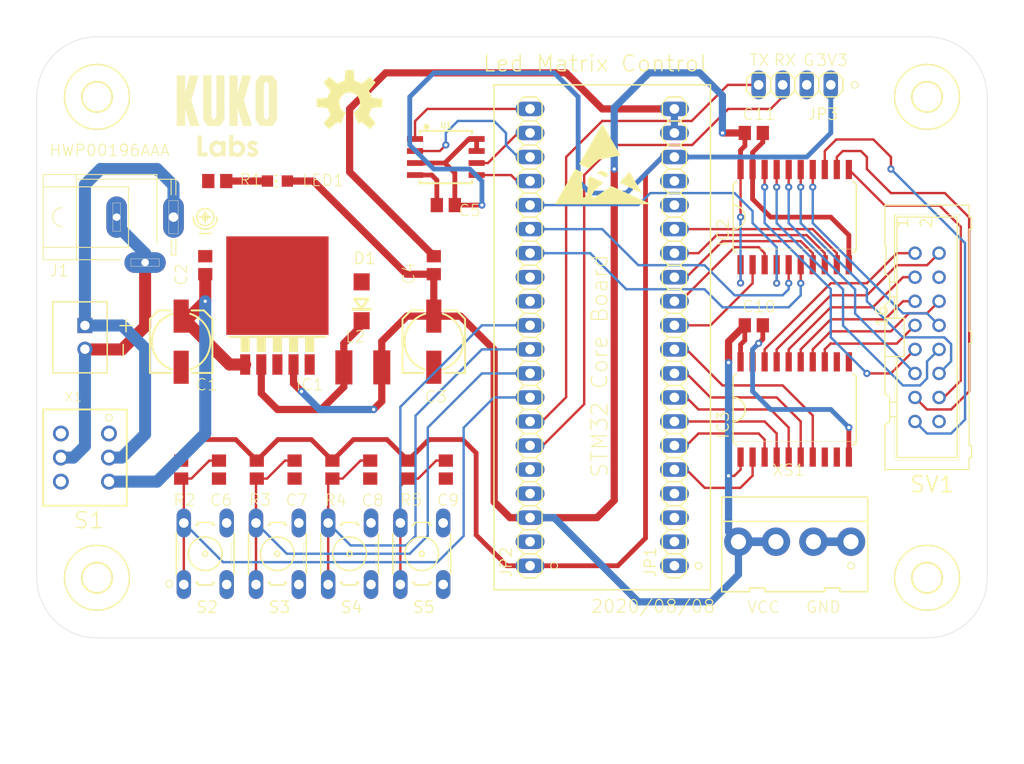
<source format=kicad_pcb>
(kicad_pcb (version 20171130) (host pcbnew "(5.1.9)-1")
  (layers (0 Top signal) (31 Bottom signal) (34 B.Paste user) (35 F.Paste user) (36 B.SilkS user) (37 F.SilkS user) (38 B.Mask user) (39 F.Mask user) (44 Edge.Cuts user))
  (net 0 "")
  (net 1 GND)
  (net 2 +5V)
  (net 3 +3V3)
  (net 4 "Net-(J1-Pad3)")
  (net 5 "Net-(J1-Pad1)")
  (net 6 "Net-(D1-PadC)")
  (net 7 "Net-(C1-Pad+)")
  (net 8 "Net-(S1-Pad4)")
  (net 9 "Net-(S1-Pad1)")
  (net 10 /KEY1)
  (net 11 "Net-(LED1-PadC)")
  (net 12 /SPI2_SCK)
  (net 13 /SPI2_MOSI)
  (net 14 /SPI2_MISO)
  (net 15 /SPI2_CS)
  (net 16 /LAT)
  (net 17 /CLK)
  (net 18 /_LAT)
  (net 19 /A)
  (net 20 /B)
  (net 21 /C)
  (net 22 /D)
  (net 23 /E)
  (net 24 /OE)
  (net 25 /_CLK)
  (net 26 /_OE)
  (net 27 /_E)
  (net 28 /_D)
  (net 29 /_C)
  (net 30 /_B)
  (net 31 /_A)
  (net 32 "Net-(JP1-Pad17)")
  (net 33 /DUMMY_1)
  (net 34 /_DB2)
  (net 35 /_DG2)
  (net 36 /_DR2)
  (net 37 /_DB1)
  (net 38 /_DG1)
  (net 39 /_DR1)
  (net 40 /OSC32_OUT)
  (net 41 /OSC32_IN)
  (net 42 /LED0)
  (net 43 "Net-(JP1-Pad1)")
  (net 44 /USB_DM)
  (net 45 /USB_DP)
  (net 46 /KEY4)
  (net 47 /KEY3)
  (net 48 /KEY2)
  (net 49 /UART1_TX)
  (net 50 /UART1_RX)
  (net 51 /DUMMY_2)
  (net 52 /DUMMY_3)
  (net 53 "Net-(IC3-Pad11)")
  (net 54 "Net-(IC3-Pad12)")
  (net 55 "Net-(IC3-Pad9)")
  (net 56 /DR1)
  (net 57 /DG1)
  (net 58 /DB1)
  (net 59 /DR2)
  (net 60 /DG2)
  (net 61 /DB2)
  (net 62 "Net-(IC3-Pad8)")
  (module led_matrix:L4532P (layer Top) (at 132.7531 108.1786)
    (fp_text reference L2 (at -1.905 -2.54) (layer F.SilkS) (effects (font (size 1.2065 1.2065) (thickness 0.09652)) (justify left bottom)))
    (fp_text value L-USL4532P)
    (pad 2 smd rect (at 2 0) (size 1.8 3.6) (layers Top F.Paste F.Mask) (net 2 +5V))
    (pad 1 smd rect (at -2 0) (size 1.8 3.6) (layers Top F.Paste F.Mask) (net 6 "Net-(D1-PadC)"))
  )
  (module led_matrix:TL4XPO (layer Top) (at 103.4161 117.7036 270)
    (fp_text reference S1 (at 7.62 1.27) (layer F.SilkS) (effects (font (size 1.6891 1.6891) (thickness 0.135128)) (justify left bottom)))
    (fp_text value TL46PO)
    (pad 6 thru_hole circle (at 2.54 2.54) (size 1.6764 1.6764) (drill 1.1) (layers *.Cu *.Mask) (net 1 GND))
    (pad 5 thru_hole circle (at 0 2.54) (size 1.6764 1.6764) (drill 1.1) (layers *.Cu *.Mask) (net 5 "Net-(J1-Pad1)"))
    (pad 4 thru_hole circle (at -2.54 2.54) (size 1.6764 1.6764) (drill 1.1) (layers *.Cu *.Mask) (net 8 "Net-(S1-Pad4)"))
    (pad 3 thru_hole circle (at 2.54 -2.54) (size 1.6764 1.6764) (drill 1.1) (layers *.Cu *.Mask) (net 7 "Net-(C1-Pad+)"))
    (pad 2 thru_hole circle (at 0 -2.54) (size 1.6764 1.6764) (drill 1.1) (layers *.Cu *.Mask) (net 4 "Net-(J1-Pad3)"))
    (pad 1 thru_hole circle (at -2.54 -2.54) (size 1.6764 1.6764) (drill 1.1) (layers *.Cu *.Mask) (net 9 "Net-(S1-Pad1)"))
  )
  (module led_matrix:SPC4077 (layer Top) (at 109.7661 92.3036)
    (fp_text reference J1 (at -10.16 6.35) (layer F.SilkS) (effects (font (size 1.2065 1.2065) (thickness 0.09652)) (justify left bottom)))
    (fp_text value JACK-PLUG0)
    (fp_line (start 2.5 -1.75) (end 3.5 -1.75) (layer Edge.Cuts) (width 0.05))
    (fp_line (start 3.5 -1.75) (end 3.5 1.75) (layer Edge.Cuts) (width 0.05))
    (fp_line (start 3.5 1.75) (end 2.5 1.75) (layer Edge.Cuts) (width 0.05))
    (fp_line (start 2.5 1.75) (end 2.5 -1.75) (layer Edge.Cuts) (width 0.05))
    (fp_line (start -3.4 -1.5) (end -2.6 -1.5) (layer Edge.Cuts) (width 0.05))
    (fp_line (start -2.6 -1.5) (end -2.6 1.5) (layer Edge.Cuts) (width 0.05))
    (fp_line (start -2.6 1.5) (end -3.4 1.5) (layer Edge.Cuts) (width 0.05))
    (fp_line (start -3.4 1.5) (end -3.4 -1.5) (layer Edge.Cuts) (width 0.05))
    (fp_line (start -1.5 4.4) (end 1.5 4.4) (layer Edge.Cuts) (width 0.05))
    (fp_line (start 1.5 4.4) (end 1.5 5.2) (layer Edge.Cuts) (width 0.05))
    (fp_line (start 1.5 5.2) (end -1.5 5.2) (layer Edge.Cuts) (width 0.05))
    (fp_line (start -1.5 5.2) (end -1.5 4.4) (layer Edge.Cuts) (width 0.05))
    (pad 3 thru_hole oval (at 3 0 90) (size 4.3688 2.1844) (drill 1) (layers *.Cu *.Mask) (net 4 "Net-(J1-Pad3)"))
    (pad 1 thru_hole oval (at -3 0 90) (size 4.3688 2.1844) (drill 0.8) (layers *.Cu *.Mask) (net 5 "Net-(J1-Pad1)"))
    (pad 2 thru_hole oval (at 0 4.8) (size 4.3688 2.1844) (drill 0.8) (layers *.Cu *.Mask) (net 5 "Net-(J1-Pad1)"))
  )
  (module led_matrix:TO263-5 (layer Top) (at 123.7361 102.0826)
    (fp_text reference IC1 (at 1.8796 8.636) (layer F.SilkS) (effects (font (size 1.2065 1.2065) (thickness 0.09652)) (justify left bottom)))
    (fp_text value LM2596S)
    (pad 5 smd rect (at 3.4036 5.7912) (size 1.0668 2.159) (layers Top F.Paste F.Mask) (net 1 GND))
    (pad 4 smd rect (at 1.7018 5.7912) (size 1.0668 2.159) (layers Top F.Paste F.Mask) (net 2 +5V))
    (pad 3 smd rect (at 0 5.7912) (size 1.0668 2.159) (layers Top F.Paste F.Mask) (net 1 GND))
    (pad 2 smd rect (at -1.7018 5.7912) (size 1.0668 2.159) (layers Top F.Paste F.Mask) (net 6 "Net-(D1-PadC)"))
    (pad 1 smd rect (at -3.4036 5.7912) (size 1.0668 2.159) (layers Top F.Paste F.Mask) (net 7 "Net-(C1-Pad+)"))
    (pad 6 smd rect (at 0 -2.54) (size 10.8 10.41) (layers Top F.Paste F.Mask))
  )
  (module led_matrix:B2B-XH-A (layer Top) (at 103.4161 105.0036 90)
    (fp_text reference X1 (at -5.735 -0.254) (layer F.SilkS) (effects (font (size 0.9652 0.9652) (thickness 0.077216)) (justify right top)))
    (fp_text value B2B-XH-A)
    (pad 2 thru_hole circle (at -1.25 0 90) (size 1.6 1.6) (drill 1) (layers *.Cu *.Mask) (net 5 "Net-(J1-Pad1)"))
    (pad 1 thru_hole rect (at 1.25 0 90) (size 1.6 1.6) (drill 1) (layers *.Cu *.Mask) (net 4 "Net-(J1-Pad3)"))
  )
  (module led_matrix:NINIGI4C (layer Top) (at 178.3461 126.5936 180)
    (fp_text reference XS1 (at 2.413 6.858) (layer F.SilkS) (effects (font (size 1.2065 1.2065) (thickness 0.09652)) (justify left bottom)))
    (fp_text value C4)
    (pad 4 thru_hole circle (at 5.94 0 180) (size 3 3) (drill 1.6) (layers *.Cu *.Mask) (net 2 +5V))
    (pad 3 thru_hole circle (at 1.98 0 180) (size 3 3) (drill 1.6) (layers *.Cu *.Mask) (net 2 +5V))
    (pad 2 thru_hole circle (at -1.98 0 180) (size 3 3) (drill 1.6) (layers *.Cu *.Mask) (net 1 GND))
    (pad 1 thru_hole circle (at -5.94 0 180) (size 3 3) (drill 1.6) (layers *.Cu *.Mask) (net 1 GND))
  )
  (module led_matrix:153CLV-0605 (layer Top) (at 113.5761 105.4608 90)
    (fp_text reference C1 (at -5.253 1.47) (layer F.SilkS) (effects (font (size 1.2065 1.2065) (thickness 0.09652)) (justify left bottom)))
    (fp_text value 220uF)
    (pad - smd rect (at -2.7 0 90) (size 3.5 1.6) (layers Top F.Paste F.Mask) (net 1 GND))
    (pad + smd rect (at 2.7 0 90) (size 3.5 1.6) (layers Top F.Paste F.Mask) (net 7 "Net-(C1-Pad+)"))
  )
  (module led_matrix:DO214AC (layer Top) (at 132.6261 101.1936 90)
    (fp_text reference D1 (at 3.826 -0.9382) (layer F.SilkS) (effects (font (size 1.2065 1.2065) (thickness 0.12065)) (justify left bottom)))
    (fp_text value SS34)
    (pad A smd rect (at 2.05 0 90) (size 1.8 1.7) (layers Top F.Paste F.Mask) (net 1 GND))
    (pad C smd rect (at -2.05 0 90) (size 1.8 1.7) (layers Top F.Paste F.Mask) (net 6 "Net-(D1-PadC)"))
  )
  (module led_matrix:C0805 (layer Top) (at 116.1161 97.3836 90)
    (fp_text reference C2 (at -2.233 -1.827 90) (layer F.SilkS) (effects (font (size 1.2065 1.2065) (thickness 0.09652)) (justify left bottom)))
    (fp_text value 104)
    (pad 2 smd rect (at 0.95 0 90) (size 1.3 1.5) (layers Top F.Paste F.Mask) (net 1 GND))
    (pad 1 smd rect (at -0.95 0 90) (size 1.3 1.5) (layers Top F.Paste F.Mask) (net 7 "Net-(C1-Pad+)"))
  )
  (module led_matrix:B3F-10XX (layer Top) (at 116.1161 127.8636 90)
    (fp_text reference S2 (at -6.35 -1.016) (layer F.SilkS) (effects (font (size 1.2065 1.2065) (thickness 0.12065)) (justify left bottom)))
    (fp_text value 10-XX)
    (pad 4 thru_hole oval (at 3.2512 2.2606 90) (size 3.048 1.524) (drill 1.016) (layers *.Cu *.Mask) (net 1 GND))
    (pad 2 thru_hole oval (at 3.2512 -2.2606 90) (size 3.048 1.524) (drill 1.016) (layers *.Cu *.Mask) (net 10 /KEY1))
    (pad 3 thru_hole oval (at -3.2512 2.2606 90) (size 3.048 1.524) (drill 1.016) (layers *.Cu *.Mask) (net 1 GND))
    (pad 1 thru_hole oval (at -3.2512 -2.2606 90) (size 3.048 1.524) (drill 1.016) (layers *.Cu *.Mask) (net 10 /KEY1))
  )
  (module led_matrix:CHIP-LED0805 (layer Top) (at 123.7361 88.4936 90)
    (fp_text reference LED1 (at -0.635 2.54) (layer F.SilkS) (effects (font (size 1.2065 1.2065) (thickness 0.09652)) (justify left bottom)))
    (fp_text value LEDCHIP-LED0805)
    (pad A smd rect (at 0 1.05 90) (size 1.2 1.2) (layers Top F.Paste F.Mask) (net 2 +5V))
    (pad C smd rect (at 0 -1.05 90) (size 1.2 1.2) (layers Top F.Paste F.Mask) (net 11 "Net-(LED1-PadC)"))
  )
  (module led_matrix:R0805 (layer Top) (at 117.3861 88.4936)
    (fp_text reference R1 (at 2.286 0.5842) (layer F.SilkS) (effects (font (size 1.2065 1.2065) (thickness 0.09652)) (justify left bottom)))
    (fp_text value 10K hide)
    (pad 2 smd rect (at 0.95 0) (size 1.3 1.5) (layers Top F.Paste F.Mask) (net 11 "Net-(LED1-PadC)"))
    (pad 1 smd rect (at -0.95 0) (size 1.3 1.5) (layers Top F.Paste F.Mask) (net 1 GND))
  )
  (module led_matrix:SOIC-8 (layer Top) (at 141.5161 85.9536 270)
    (fp_text reference U1 (at -2.9845 0) (layer F.SilkS) (effects (font (size 0.57912 0.57912) (thickness 0.115824)) (justify bottom)))
    (fp_text value W25Q32FV)
    (pad 8 smd rect (at -1.905 -3.2512 270) (size 0.6096 1.7018) (layers Top F.Paste F.Mask) (net 3 +3V3))
    (pad 7 smd rect (at -0.635 -3.2512 270) (size 0.6096 1.7018) (layers Top F.Paste F.Mask) (net 3 +3V3))
    (pad 6 smd rect (at 0.635 -3.2512 270) (size 0.6096 1.7018) (layers Top F.Paste F.Mask) (net 12 /SPI2_SCK))
    (pad 5 smd rect (at 1.905 -3.2512 270) (size 0.6096 1.7018) (layers Top F.Paste F.Mask) (net 13 /SPI2_MOSI))
    (pad 4 smd rect (at 1.905 3.2512 270) (size 0.6096 1.7018) (layers Top F.Paste F.Mask) (net 1 GND))
    (pad 3 smd rect (at 0.635 3.2512 270) (size 0.6096 1.7018) (layers Top F.Paste F.Mask) (net 3 +3V3))
    (pad 2 smd rect (at -0.635 3.2512 270) (size 0.6096 1.7018) (layers Top F.Paste F.Mask) (net 14 /SPI2_MISO))
    (pad 1 smd rect (at -1.905 3.2512 270) (size 0.6096 1.7018) (layers Top F.Paste F.Mask) (net 15 /SPI2_CS))
  )
  (module led_matrix:SO20W (layer Top) (at 178.3461 92.3036)
    (fp_text reference IC2 (at -6.858 3.175 90) (layer F.SilkS) (effects (font (size 1.2065 1.2065) (thickness 0.12065)) (justify left bottom)))
    (fp_text value 74245DW)
    (pad 11 smd rect (at 5.715 -5.0292) (size 0.6604 2.032) (layers Top F.Paste F.Mask) (net 16 /LAT))
    (pad 12 smd rect (at 4.445 -5.0292) (size 0.6604 2.032) (layers Top F.Paste F.Mask) (net 17 /CLK))
    (pad 10 smd rect (at 5.715 5.0292) (size 0.6604 2.032) (layers Top F.Paste F.Mask) (net 1 GND))
    (pad 9 smd rect (at 4.445 5.0292) (size 0.6604 2.032) (layers Top F.Paste F.Mask) (net 18 /_LAT))
    (pad 20 smd rect (at -5.715 -5.0292) (size 0.6604 2.032) (layers Top F.Paste F.Mask) (net 2 +5V))
    (pad 19 smd rect (at -4.445 -5.0292) (size 0.6604 2.032) (layers Top F.Paste F.Mask) (net 1 GND))
    (pad 18 smd rect (at -3.175 -5.0292) (size 0.6604 2.032) (layers Top F.Paste F.Mask) (net 19 /A))
    (pad 17 smd rect (at -1.905 -5.0292) (size 0.6604 2.032) (layers Top F.Paste F.Mask) (net 20 /B))
    (pad 16 smd rect (at -0.635 -5.0292) (size 0.6604 2.032) (layers Top F.Paste F.Mask) (net 21 /C))
    (pad 15 smd rect (at 0.635 -5.0292) (size 0.6604 2.032) (layers Top F.Paste F.Mask) (net 22 /D))
    (pad 14 smd rect (at 1.905 -5.0292) (size 0.6604 2.032) (layers Top F.Paste F.Mask) (net 23 /E))
    (pad 13 smd rect (at 3.175 -5.0292) (size 0.6604 2.032) (layers Top F.Paste F.Mask) (net 24 /OE))
    (pad 8 smd rect (at 3.175 5.0292) (size 0.6604 2.032) (layers Top F.Paste F.Mask) (net 25 /_CLK))
    (pad 7 smd rect (at 1.905 5.0292) (size 0.6604 2.032) (layers Top F.Paste F.Mask) (net 26 /_OE))
    (pad 6 smd rect (at 0.635 5.0292) (size 0.6604 2.032) (layers Top F.Paste F.Mask) (net 27 /_E))
    (pad 5 smd rect (at -0.635 5.0292) (size 0.6604 2.032) (layers Top F.Paste F.Mask) (net 28 /_D))
    (pad 4 smd rect (at -1.905 5.0292) (size 0.6604 2.032) (layers Top F.Paste F.Mask) (net 29 /_C))
    (pad 3 smd rect (at -3.175 5.0292) (size 0.6604 2.032) (layers Top F.Paste F.Mask) (net 30 /_B))
    (pad 2 smd rect (at -4.445 5.0292) (size 0.6604 2.032) (layers Top F.Paste F.Mask) (net 31 /_A))
    (pad 1 smd rect (at -5.715 5.0292) (size 0.6604 2.032) (layers Top F.Paste F.Mask) (net 2 +5V))
  )
  (module led_matrix:153CLV-0605 (layer Top) (at 140.2461 105.4608 90)
    (fp_text reference C3 (at -6.53 -1.0042) (layer F.SilkS) (effects (font (size 1.2065 1.2065) (thickness 0.09652)) (justify left bottom)))
    (fp_text value 220uF)
    (pad - smd rect (at -2.7 0 90) (size 3.5 1.6) (layers Top F.Paste F.Mask) (net 1 GND))
    (pad + smd rect (at 2.7 0 90) (size 3.5 1.6) (layers Top F.Paste F.Mask) (net 2 +5V))
  )
  (module led_matrix:C0805 (layer Top) (at 140.2461 97.3836 90)
    (fp_text reference C4 (at -2.1082 -1.9304 90) (layer F.SilkS) (effects (font (size 1.2065 1.2065) (thickness 0.09652)) (justify left bottom)))
    (fp_text value 104)
    (pad 2 smd rect (at 0.95 0 90) (size 1.3 1.5) (layers Top F.Paste F.Mask) (net 1 GND))
    (pad 1 smd rect (at -0.95 0 90) (size 1.3 1.5) (layers Top F.Paste F.Mask) (net 2 +5V))
  )
  (module led_matrix:1X20 (layer Top) (at 165.6461 105.0036 90)
    (fp_text reference JP1 (at -25.4762 -1.8288 90) (layer F.SilkS) (effects (font (size 1.2065 1.2065) (thickness 0.12065)) (justify left bottom)))
    (fp_text value PINHD-1X20)
    (pad 20 thru_hole oval (at 24.13 0 180) (size 3.048 1.524) (drill 1.016) (layers *.Cu *.Mask) (net 1 GND))
    (pad 19 thru_hole oval (at 21.59 0 180) (size 3.048 1.524) (drill 1.016) (layers *.Cu *.Mask) (net 1 GND))
    (pad 18 thru_hole oval (at 19.05 0 180) (size 3.048 1.524) (drill 1.016) (layers *.Cu *.Mask) (net 3 +3V3))
    (pad 17 thru_hole oval (at 16.51 0 180) (size 3.048 1.524) (drill 1.016) (layers *.Cu *.Mask) (net 32 "Net-(JP1-Pad17)"))
    (pad 16 thru_hole oval (at 13.97 0 180) (size 3.048 1.524) (drill 1.016) (layers *.Cu *.Mask) (net 33 /DUMMY_1))
    (pad 15 thru_hole oval (at 11.43 0 180) (size 3.048 1.524) (drill 1.016) (layers *.Cu *.Mask) (net 18 /_LAT))
    (pad 14 thru_hole oval (at 8.89 0 180) (size 3.048 1.524) (drill 1.016) (layers *.Cu *.Mask) (net 25 /_CLK))
    (pad 13 thru_hole oval (at 6.35 0 180) (size 3.048 1.524) (drill 1.016) (layers *.Cu *.Mask) (net 26 /_OE))
    (pad 12 thru_hole oval (at 3.81 0 180) (size 3.048 1.524) (drill 1.016) (layers *.Cu *.Mask) (net 30 /_B))
    (pad 11 thru_hole oval (at 1.27 0 180) (size 3.048 1.524) (drill 1.016) (layers *.Cu *.Mask) (net 31 /_A))
    (pad 10 thru_hole oval (at -1.27 0 180) (size 3.048 1.524) (drill 1.016) (layers *.Cu *.Mask) (net 34 /_DB2))
    (pad 9 thru_hole oval (at -3.81 0 180) (size 3.048 1.524) (drill 1.016) (layers *.Cu *.Mask) (net 35 /_DG2))
    (pad 8 thru_hole oval (at -6.35 0 180) (size 3.048 1.524) (drill 1.016) (layers *.Cu *.Mask) (net 36 /_DR2))
    (pad 7 thru_hole oval (at -8.89 0 180) (size 3.048 1.524) (drill 1.016) (layers *.Cu *.Mask) (net 37 /_DB1))
    (pad 6 thru_hole oval (at -11.43 0 180) (size 3.048 1.524) (drill 1.016) (layers *.Cu *.Mask) (net 38 /_DG1))
    (pad 5 thru_hole oval (at -13.97 0 180) (size 3.048 1.524) (drill 1.016) (layers *.Cu *.Mask) (net 39 /_DR1))
    (pad 4 thru_hole oval (at -16.51 0 180) (size 3.048 1.524) (drill 1.016) (layers *.Cu *.Mask) (net 40 /OSC32_OUT))
    (pad 3 thru_hole oval (at -19.05 0 180) (size 3.048 1.524) (drill 1.016) (layers *.Cu *.Mask) (net 41 /OSC32_IN))
    (pad 2 thru_hole oval (at -21.59 0 180) (size 3.048 1.524) (drill 1.016) (layers *.Cu *.Mask) (net 42 /LED0))
    (pad 1 thru_hole oval (at -24.13 0 180) (size 3.048 1.524) (drill 1.016) (layers *.Cu *.Mask) (net 43 "Net-(JP1-Pad1)"))
  )
  (module led_matrix:1X20 (layer Top) (at 150.4061 105.0036 90)
    (fp_text reference JP2 (at -25.4762 -1.8288 90) (layer F.SilkS) (effects (font (size 1.2065 1.2065) (thickness 0.12065)) (justify left bottom)))
    (fp_text value PINHD-1X20)
    (pad 20 thru_hole oval (at 24.13 0 180) (size 3.048 1.524) (drill 1.016) (layers *.Cu *.Mask) (net 15 /SPI2_CS))
    (pad 19 thru_hole oval (at 21.59 0 180) (size 3.048 1.524) (drill 1.016) (layers *.Cu *.Mask) (net 12 /SPI2_SCK))
    (pad 18 thru_hole oval (at 19.05 0 180) (size 3.048 1.524) (drill 1.016) (layers *.Cu *.Mask) (net 14 /SPI2_MISO))
    (pad 17 thru_hole oval (at 16.51 0 180) (size 3.048 1.524) (drill 1.016) (layers *.Cu *.Mask) (net 13 /SPI2_MOSI))
    (pad 16 thru_hole oval (at 13.97 0 180) (size 3.048 1.524) (drill 1.016) (layers *.Cu *.Mask) (net 29 /_C))
    (pad 15 thru_hole oval (at 11.43 0 180) (size 3.048 1.524) (drill 1.016) (layers *.Cu *.Mask) (net 28 /_D))
    (pad 14 thru_hole oval (at 8.89 0 180) (size 3.048 1.524) (drill 1.016) (layers *.Cu *.Mask) (net 27 /_E))
    (pad 13 thru_hole oval (at 6.35 0 180) (size 3.048 1.524) (drill 1.016) (layers *.Cu *.Mask) (net 44 /USB_DM))
    (pad 12 thru_hole oval (at 3.81 0 180) (size 3.048 1.524) (drill 1.016) (layers *.Cu *.Mask) (net 45 /USB_DP))
    (pad 11 thru_hole oval (at 1.27 0 180) (size 3.048 1.524) (drill 1.016) (layers *.Cu *.Mask) (net 46 /KEY4))
    (pad 10 thru_hole oval (at -1.27 0 180) (size 3.048 1.524) (drill 1.016) (layers *.Cu *.Mask) (net 47 /KEY3))
    (pad 9 thru_hole oval (at -3.81 0 180) (size 3.048 1.524) (drill 1.016) (layers *.Cu *.Mask) (net 48 /KEY2))
    (pad 8 thru_hole oval (at -6.35 0 180) (size 3.048 1.524) (drill 1.016) (layers *.Cu *.Mask) (net 10 /KEY1))
    (pad 7 thru_hole oval (at -8.89 0 180) (size 3.048 1.524) (drill 1.016) (layers *.Cu *.Mask) (net 49 /UART1_TX))
    (pad 6 thru_hole oval (at -11.43 0 180) (size 3.048 1.524) (drill 1.016) (layers *.Cu *.Mask) (net 50 /UART1_RX))
    (pad 5 thru_hole oval (at -13.97 0 180) (size 3.048 1.524) (drill 1.016) (layers *.Cu *.Mask) (net 51 /DUMMY_2))
    (pad 4 thru_hole oval (at -16.51 0 180) (size 3.048 1.524) (drill 1.016) (layers *.Cu *.Mask) (net 52 /DUMMY_3))
    (pad 3 thru_hole oval (at -19.05 0 180) (size 3.048 1.524) (drill 1.016) (layers *.Cu *.Mask) (net 2 +5V))
    (pad 2 thru_hole oval (at -21.59 0 180) (size 3.048 1.524) (drill 1.016) (layers *.Cu *.Mask) (net 1 GND))
    (pad 1 thru_hole oval (at -24.13 0 180) (size 3.048 1.524) (drill 1.016) (layers *.Cu *.Mask) (net 3 +3V3))
  )
  (module led_matrix:SO20W (layer Top) (at 178.3461 112.6236)
    (fp_text reference IC3 (at -6.858 3.175 90) (layer F.SilkS) (effects (font (size 1.2065 1.2065) (thickness 0.12065)) (justify left bottom)))
    (fp_text value 74245DW)
    (pad 11 smd rect (at 5.715 -5.0292) (size 0.6604 2.032) (layers Top F.Paste F.Mask) (net 53 "Net-(IC3-Pad11)"))
    (pad 12 smd rect (at 4.445 -5.0292) (size 0.6604 2.032) (layers Top F.Paste F.Mask) (net 54 "Net-(IC3-Pad12)"))
    (pad 10 smd rect (at 5.715 5.0292) (size 0.6604 2.032) (layers Top F.Paste F.Mask) (net 1 GND))
    (pad 9 smd rect (at 4.445 5.0292) (size 0.6604 2.032) (layers Top F.Paste F.Mask) (net 55 "Net-(IC3-Pad9)"))
    (pad 20 smd rect (at -5.715 -5.0292) (size 0.6604 2.032) (layers Top F.Paste F.Mask) (net 2 +5V))
    (pad 19 smd rect (at -4.445 -5.0292) (size 0.6604 2.032) (layers Top F.Paste F.Mask) (net 1 GND))
    (pad 18 smd rect (at -3.175 -5.0292) (size 0.6604 2.032) (layers Top F.Paste F.Mask) (net 56 /DR1))
    (pad 17 smd rect (at -1.905 -5.0292) (size 0.6604 2.032) (layers Top F.Paste F.Mask) (net 57 /DG1))
    (pad 16 smd rect (at -0.635 -5.0292) (size 0.6604 2.032) (layers Top F.Paste F.Mask) (net 58 /DB1))
    (pad 15 smd rect (at 0.635 -5.0292) (size 0.6604 2.032) (layers Top F.Paste F.Mask) (net 59 /DR2))
    (pad 14 smd rect (at 1.905 -5.0292) (size 0.6604 2.032) (layers Top F.Paste F.Mask) (net 60 /DG2))
    (pad 13 smd rect (at 3.175 -5.0292) (size 0.6604 2.032) (layers Top F.Paste F.Mask) (net 61 /DB2))
    (pad 8 smd rect (at 3.175 5.0292) (size 0.6604 2.032) (layers Top F.Paste F.Mask) (net 62 "Net-(IC3-Pad8)"))
    (pad 7 smd rect (at 1.905 5.0292) (size 0.6604 2.032) (layers Top F.Paste F.Mask) (net 34 /_DB2))
    (pad 6 smd rect (at 0.635 5.0292) (size 0.6604 2.032) (layers Top F.Paste F.Mask) (net 35 /_DG2))
    (pad 5 smd rect (at -0.635 5.0292) (size 0.6604 2.032) (layers Top F.Paste F.Mask) (net 36 /_DR2))
    (pad 4 smd rect (at -1.905 5.0292) (size 0.6604 2.032) (layers Top F.Paste F.Mask) (net 37 /_DB1))
    (pad 3 smd rect (at -3.175 5.0292) (size 0.6604 2.032) (layers Top F.Paste F.Mask) (net 38 /_DG1))
    (pad 2 smd rect (at -4.445 5.0292) (size 0.6604 2.032) (layers Top F.Paste F.Mask) (net 39 /_DR1))
    (pad 1 smd rect (at -5.715 5.0292) (size 0.6604 2.032) (layers Top F.Paste F.Mask) (net 2 +5V))
  )
  (module led_matrix:ML16 (layer Top) (at 192.3161 105.0036 270)
    (fp_text reference SV1 (at 16.51 1.905) (layer F.SilkS) (effects (font (size 1.6891 1.6891) (thickness 0.16891)) (justify left bottom)))
    (fp_text value "")
    (fp_text user 2 (at -11.43 -0.635 270) (layer F.SilkS) (effects (font (size 1.2065 1.2065) (thickness 0.127)) (justify left bottom)))
    (fp_text user 1 (at -11.43 1.905 270) (layer F.SilkS) (effects (font (size 1.2065 1.2065) (thickness 0.127)) (justify left bottom)))
    (fp_text user 16 (at -1.016 4.064 270) (layer F.SilkS) (effects (font (size 1.2065 1.2065) (thickness 0.127)) (justify left bottom)))
    (pad 16 thru_hole circle (at 8.89 -1.27 270) (size 1.4224 1.4224) (drill 0.9144) (layers *.Cu *.Mask) (net 1 GND))
    (pad 15 thru_hole circle (at 8.89 1.27 270) (size 1.4224 1.4224) (drill 0.9144) (layers *.Cu *.Mask) (net 24 /OE))
    (pad 14 thru_hole circle (at 6.35 -1.27 270) (size 1.4224 1.4224) (drill 0.9144) (layers *.Cu *.Mask) (net 16 /LAT))
    (pad 13 thru_hole circle (at 6.35 1.27 270) (size 1.4224 1.4224) (drill 0.9144) (layers *.Cu *.Mask) (net 17 /CLK))
    (pad 12 thru_hole circle (at 3.81 -1.27 270) (size 1.4224 1.4224) (drill 0.9144) (layers *.Cu *.Mask) (net 22 /D))
    (pad 11 thru_hole circle (at 3.81 1.27 270) (size 1.4224 1.4224) (drill 0.9144) (layers *.Cu *.Mask) (net 21 /C))
    (pad 10 thru_hole circle (at 1.27 -1.27 270) (size 1.4224 1.4224) (drill 0.9144) (layers *.Cu *.Mask) (net 20 /B))
    (pad 9 thru_hole circle (at 1.27 1.27 270) (size 1.4224 1.4224) (drill 0.9144) (layers *.Cu *.Mask) (net 19 /A))
    (pad 8 thru_hole circle (at -1.27 -1.27 270) (size 1.4224 1.4224) (drill 0.9144) (layers *.Cu *.Mask) (net 23 /E))
    (pad 7 thru_hole circle (at -1.27 1.27 270) (size 1.4224 1.4224) (drill 0.9144) (layers *.Cu *.Mask) (net 61 /DB2))
    (pad 6 thru_hole circle (at -3.81 -1.27 270) (size 1.4224 1.4224) (drill 0.9144) (layers *.Cu *.Mask) (net 60 /DG2))
    (pad 5 thru_hole circle (at -3.81 1.27 270) (size 1.4224 1.4224) (drill 0.9144) (layers *.Cu *.Mask) (net 59 /DR2))
    (pad 4 thru_hole circle (at -6.35 -1.27 270) (size 1.4224 1.4224) (drill 0.9144) (layers *.Cu *.Mask) (net 1 GND))
    (pad 3 thru_hole circle (at -6.35 1.27 270) (size 1.4224 1.4224) (drill 0.9144) (layers *.Cu *.Mask) (net 58 /DB1))
    (pad 2 thru_hole circle (at -8.89 -1.27 270) (size 1.4224 1.4224) (drill 0.9144) (layers *.Cu *.Mask) (net 57 /DG1))
    (pad 1 thru_hole circle (at -8.89 1.27 270) (size 1.4224 1.4224) (drill 0.9144) (layers *.Cu *.Mask) (net 56 /DR1))
  )
  (module led_matrix:C0805 (layer Top) (at 141.5161 91.0336 180)
    (fp_text reference C5 (at -1.27 -1.27) (layer F.SilkS) (effects (font (size 1.2065 1.2065) (thickness 0.09652)) (justify left bottom)))
    (fp_text value 104)
    (pad 2 smd rect (at 0.95 0 180) (size 1.3 1.5) (layers Top F.Paste F.Mask) (net 1 GND))
    (pad 1 smd rect (at -0.95 0 180) (size 1.3 1.5) (layers Top F.Paste F.Mask) (net 3 +3V3))
  )
  (module led_matrix:C0805 (layer Top) (at 117.567528 118.9736 270)
    (fp_text reference C6 (at 3.937 1.016) (layer F.SilkS) (effects (font (size 1.2065 1.2065) (thickness 0.09652)) (justify left bottom)))
    (fp_text value 104)
    (pad 2 smd rect (at 0.95 0 270) (size 1.3 1.5) (layers Top F.Paste F.Mask) (net 1 GND))
    (pad 1 smd rect (at -0.95 0 270) (size 1.3 1.5) (layers Top F.Paste F.Mask) (net 10 /KEY1))
  )
  (module led_matrix:R0805 (layer Top) (at 113.5761 118.9736 270)
    (fp_text reference R2 (at 3.937 0.889) (layer F.SilkS) (effects (font (size 1.2065 1.2065) (thickness 0.09652)) (justify left bottom)))
    (fp_text value 47K)
    (pad 2 smd rect (at 0.95 0 270) (size 1.3 1.5) (layers Top F.Paste F.Mask) (net 10 /KEY1))
    (pad 1 smd rect (at -0.95 0 270) (size 1.3 1.5) (layers Top F.Paste F.Mask) (net 3 +3V3))
  )
  (module led_matrix:B3F-10XX (layer Top) (at 123.7361 127.8636 90)
    (fp_text reference S3 (at -6.35 -1.016) (layer F.SilkS) (effects (font (size 1.2065 1.2065) (thickness 0.12065)) (justify left bottom)))
    (fp_text value 10-XX)
    (pad 4 thru_hole oval (at 3.2512 2.2606 90) (size 3.048 1.524) (drill 1.016) (layers *.Cu *.Mask) (net 1 GND))
    (pad 2 thru_hole oval (at 3.2512 -2.2606 90) (size 3.048 1.524) (drill 1.016) (layers *.Cu *.Mask) (net 48 /KEY2))
    (pad 3 thru_hole oval (at -3.2512 2.2606 90) (size 3.048 1.524) (drill 1.016) (layers *.Cu *.Mask) (net 1 GND))
    (pad 1 thru_hole oval (at -3.2512 -2.2606 90) (size 3.048 1.524) (drill 1.016) (layers *.Cu *.Mask) (net 48 /KEY2))
  )
  (module led_matrix:C0805 (layer Top) (at 125.550384 118.9736 270)
    (fp_text reference C7 (at 3.937 1.016) (layer F.SilkS) (effects (font (size 1.2065 1.2065) (thickness 0.09652)) (justify left bottom)))
    (fp_text value 104)
    (pad 2 smd rect (at 0.95 0 270) (size 1.3 1.5) (layers Top F.Paste F.Mask) (net 1 GND))
    (pad 1 smd rect (at -0.95 0 270) (size 1.3 1.5) (layers Top F.Paste F.Mask) (net 48 /KEY2))
  )
  (module led_matrix:R0805 (layer Top) (at 121.558956 118.9736 270)
    (fp_text reference R3 (at 3.9116 0.9144) (layer F.SilkS) (effects (font (size 1.2065 1.2065) (thickness 0.09652)) (justify left bottom)))
    (fp_text value 47K)
    (pad 2 smd rect (at 0.95 0 270) (size 1.3 1.5) (layers Top F.Paste F.Mask) (net 48 /KEY2))
    (pad 1 smd rect (at -0.95 0 270) (size 1.3 1.5) (layers Top F.Paste F.Mask) (net 3 +3V3))
  )
  (module led_matrix:B3F-10XX (layer Top) (at 131.3561 127.8636 90)
    (fp_text reference S4 (at -6.35 -1.016) (layer F.SilkS) (effects (font (size 1.2065 1.2065) (thickness 0.12065)) (justify left bottom)))
    (fp_text value 10-XX)
    (pad 4 thru_hole oval (at 3.2512 2.2606 90) (size 3.048 1.524) (drill 1.016) (layers *.Cu *.Mask) (net 1 GND))
    (pad 2 thru_hole oval (at 3.2512 -2.2606 90) (size 3.048 1.524) (drill 1.016) (layers *.Cu *.Mask) (net 47 /KEY3))
    (pad 3 thru_hole oval (at -3.2512 2.2606 90) (size 3.048 1.524) (drill 1.016) (layers *.Cu *.Mask) (net 1 GND))
    (pad 1 thru_hole oval (at -3.2512 -2.2606 90) (size 3.048 1.524) (drill 1.016) (layers *.Cu *.Mask) (net 47 /KEY3))
  )
  (module led_matrix:C0805 (layer Top) (at 133.53324 118.9736 270)
    (fp_text reference C8 (at 3.9624 0.9906) (layer F.SilkS) (effects (font (size 1.2065 1.2065) (thickness 0.09652)) (justify left bottom)))
    (fp_text value 104 hide)
    (pad 2 smd rect (at 0.95 0 270) (size 1.3 1.5) (layers Top F.Paste F.Mask) (net 1 GND))
    (pad 1 smd rect (at -0.95 0 270) (size 1.3 1.5) (layers Top F.Paste F.Mask) (net 47 /KEY3))
  )
  (module led_matrix:R0805 (layer Top) (at 129.541812 118.9736 270)
    (fp_text reference R4 (at 3.937 0.889) (layer F.SilkS) (effects (font (size 1.2065 1.2065) (thickness 0.09652)) (justify left bottom)))
    (fp_text value 47K)
    (pad 2 smd rect (at 0.95 0 270) (size 1.3 1.5) (layers Top F.Paste F.Mask) (net 47 /KEY3))
    (pad 1 smd rect (at -0.95 0 270) (size 1.3 1.5) (layers Top F.Paste F.Mask) (net 3 +3V3))
  )
  (module led_matrix:B3F-10XX (layer Top) (at 138.9761 127.8636 90)
    (fp_text reference S5 (at -6.35 -1.016) (layer F.SilkS) (effects (font (size 1.2065 1.2065) (thickness 0.12065)) (justify left bottom)))
    (fp_text value 10-XX)
    (pad 4 thru_hole oval (at 3.2512 2.2606 90) (size 3.048 1.524) (drill 1.016) (layers *.Cu *.Mask) (net 1 GND))
    (pad 2 thru_hole oval (at 3.2512 -2.2606 90) (size 3.048 1.524) (drill 1.016) (layers *.Cu *.Mask) (net 46 /KEY4))
    (pad 3 thru_hole oval (at -3.2512 2.2606 90) (size 3.048 1.524) (drill 1.016) (layers *.Cu *.Mask) (net 1 GND))
    (pad 1 thru_hole oval (at -3.2512 -2.2606 90) (size 3.048 1.524) (drill 1.016) (layers *.Cu *.Mask) (net 46 /KEY4))
  )
  (module led_matrix:C0805 (layer Top) (at 141.516096 118.9736 270)
    (fp_text reference C9 (at 3.937 1.016) (layer F.SilkS) (effects (font (size 1.2065 1.2065) (thickness 0.09652)) (justify left bottom)))
    (fp_text value 104)
    (pad 2 smd rect (at 0.95 0 270) (size 1.3 1.5) (layers Top F.Paste F.Mask) (net 1 GND))
    (pad 1 smd rect (at -0.95 0 270) (size 1.3 1.5) (layers Top F.Paste F.Mask) (net 46 /KEY4))
  )
  (module led_matrix:R0805 (layer Top) (at 137.524668 118.9736 270)
    (fp_text reference R5 (at 3.9116 0.9144) (layer F.SilkS) (effects (font (size 1.2065 1.2065) (thickness 0.09652)) (justify left bottom)))
    (fp_text value 47K)
    (pad 2 smd rect (at 0.95 0 270) (size 1.3 1.5) (layers Top F.Paste F.Mask) (net 46 /KEY4))
    (pad 1 smd rect (at -0.95 0 270) (size 1.3 1.5) (layers Top F.Paste F.Mask) (net 3 +3V3))
  )
  (module led_matrix:C0805 (layer Top) (at 174.0281 83.4136)
    (fp_text reference C11 (at -1.27 -1.27) (layer F.SilkS) (effects (font (size 1.2065 1.2065) (thickness 0.09652)) (justify left bottom)))
    (fp_text value 104)
    (pad 2 smd rect (at 0.95 0) (size 1.3 1.5) (layers Top F.Paste F.Mask) (net 1 GND))
    (pad 1 smd rect (at -0.95 0) (size 1.3 1.5) (layers Top F.Paste F.Mask) (net 2 +5V))
  )
  (module led_matrix:C0805 (layer Top) (at 174.0281 103.7336)
    (fp_text reference C10 (at -1.27 -1.27) (layer F.SilkS) (effects (font (size 1.2065 1.2065) (thickness 0.09652)) (justify left bottom)))
    (fp_text value 104)
    (pad 2 smd rect (at 0.95 0) (size 1.3 1.5) (layers Top F.Paste F.Mask) (net 1 GND))
    (pad 1 smd rect (at -0.95 0) (size 1.3 1.5) (layers Top F.Paste F.Mask) (net 2 +5V))
  )
  (module led_matrix:1X04 (layer Top) (at 178.3461 78.3336 180)
    (fp_text reference JP3 (at -1.27 -3.81) (layer F.SilkS) (effects (font (size 1.2065 1.2065) (thickness 0.12065)) (justify left bottom)))
    (fp_text value PINHD-1X4)
    (pad 4 thru_hole oval (at 3.81 0 270) (size 3.048 1.524) (drill 1.016) (layers *.Cu *.Mask) (net 49 /UART1_TX))
    (pad 3 thru_hole oval (at 1.27 0 270) (size 3.048 1.524) (drill 1.016) (layers *.Cu *.Mask) (net 50 /UART1_RX))
    (pad 2 thru_hole oval (at -1.27 0 270) (size 3.048 1.524) (drill 1.016) (layers *.Cu *.Mask) (net 1 GND))
    (pad 1 thru_hole oval (at -3.81 0 270) (size 3.048 1.524) (drill 1.016) (layers *.Cu *.Mask) (net 3 +3V3))
  )
  (module led_matrix:LOGO (layer Top) (at 110.2741 88.1126)
    (fp_text reference U$1 hide)
    (fp_text value LOGO? hide)
  )
  (module led_matrix:3,0 (layer Top) (at 104.6861 79.6036 180)
    (fp_text reference U$2 hide)
    (fp_text value "" hide)
    (pad "" np_thru_hole circle (at 0 0 180) (size 3 3) (drill 3) (layers *.Cu *.Mask))
  )
  (module led_matrix:3,0 (layer Top) (at 104.6861 130.4036 180)
    (fp_text reference U$3 hide)
    (fp_text value "" hide)
    (pad "" np_thru_hole circle (at 0 0 180) (size 3 3) (drill 3) (layers *.Cu *.Mask))
  )
  (module led_matrix:3,0 (layer Top) (at 192.3161 130.4036 180)
    (fp_text reference U$4 hide)
    (fp_text value "" hide)
    (pad "" np_thru_hole circle (at 0 0 180) (size 3 3) (drill 3) (layers *.Cu *.Mask))
  )
  (module led_matrix:3,0 (layer Top) (at 192.3161 79.6036 180)
    (fp_text reference U$5 hide)
    (fp_text value "" hide)
    (pad "" np_thru_hole circle (at 0 0 180) (size 3 3) (drill 3) (layers *.Cu *.Mask))
  )
  (module led_matrix:ESD_10.00 (layer Top) (at 152.9461 91.0336)
    (fp_text reference U$6 hide)
    (fp_text value "" hide)
  )
  (module led_matrix:OSHW-LOGO-L (layer Top) (at 131.3561 80.2386)
    (fp_text reference U$7 hide)
    (fp_text value "" hide)
  )
  (gr_line (start 104.6861 136.7536) (end 192.3161 136.7536) (layer Edge.Cuts) (width 0.05))
  (gr_line (start 198.6661 130.4036) (end 198.6661 79.6036) (layer Edge.Cuts) (width 0.05))
  (gr_line (start 192.3161 73.2536) (end 104.6861 73.2536) (layer Edge.Cuts) (width 0.05))
  (gr_line (start 98.3361 79.6036) (end 98.3361 130.4036) (layer Edge.Cuts) (width 0.05))
  (gr_line (start 169.4561 131.6736) (end 169.4561 78.3336) (layer F.SilkS) (width 0.1524))
  (gr_line (start 169.4561 78.3336) (end 146.5961 78.3336) (layer F.SilkS) (width 0.1524))
  (gr_line (start 146.5961 78.3336) (end 146.5961 131.6736) (layer F.SilkS) (width 0.1524))
  (gr_line (start 146.5961 131.6736) (end 169.4561 131.6736) (layer F.SilkS) (width 0.1524))
  (gr_text "STM32 Core Board" (at 156.7561 96.1136 90) (layer F.SilkS) (effects (font (size 1.6891 1.6891) (thickness 0.10668)) (justify right top)))
  (gr_arc (start 104.6861 79.6036) (end 104.6861 73.2536) (angle -90) (layer Edge.Cuts) (width 0.05))
  (gr_arc (start 104.6861 130.4036) (end 104.6861 136.7536) (angle 90) (layer Edge.Cuts) (width 0.05))
  (gr_circle (center 112.3061 131.0386) (end 112.665309 131.0386) (layer F.SilkS) (width 0.1016))
  (gr_circle (center 152.9461 129.1336) (end 153.305309 129.1336) (layer F.SilkS) (width 0.1016))
  (gr_circle (center 168.1861 129.1336) (end 168.545309 129.1336) (layer F.SilkS) (width 0.1016))
  (gr_circle (center 184.2897 129.1336) (end 184.648909 129.1336) (layer F.SilkS) (width 0.1016))
  (gr_circle (center 184.6961 78.3336) (end 185.055309 78.3336) (layer F.SilkS) (width 0.1016))
  (gr_text TX (at 173.5201 76.4286) (layer F.SilkS) (effects (font (size 1.2065 1.2065) (thickness 0.1016)) (justify left bottom)))
  (gr_text RX (at 176.0601 76.4286) (layer F.SilkS) (effects (font (size 1.2065 1.2065) (thickness 0.1016)) (justify left bottom)))
  (gr_text G (at 179.1589 76.4286) (layer F.SilkS) (effects (font (size 1.2065 1.2065) (thickness 0.1016)) (justify left bottom)))
  (gr_text 3V3 (at 180.5559 76.4286) (layer F.SilkS) (effects (font (size 1.2065 1.2065) (thickness 0.1016)) (justify left bottom)))
  (gr_text "Led Matrix Control" (at 145.3261 77.0636) (layer F.SilkS) (effects (font (size 1.6891 1.6891) (thickness 0.14224)) (justify left bottom)))
  (gr_text 2020/08/08 (at 156.7561 134.2136) (layer F.SilkS) (effects (font (size 1.35128 1.35128) (thickness 0.113792)) (justify left bottom)))
  (gr_arc (start 192.3161 79.6036) (end 192.3161 73.2536) (angle 90) (layer Edge.Cuts) (width 0.05))
  (gr_arc (start 192.3161 130.4036) (end 192.3161 136.7536) (angle -90) (layer Edge.Cuts) (width 0.05))
  (gr_circle (center 105.9561 113.4872) (end 106.315309 113.4872) (layer F.SilkS) (width 0.1016))
  (gr_text HWP00196AAA (at 99.6061 85.9536) (layer F.SilkS) (effects (font (size 1.2065 1.2065) (thickness 0.1016)) (justify left bottom)))
  (gr_text "VCC   GND" (at 173.2661 134.2136) (layer F.SilkS) (effects (font (size 1.2065 1.2065) (thickness 0.1016)) (justify left bottom)))
  (gr_text + (at 106.6165 104.6226) (layer F.SilkS) (effects (font (size 1.6891 1.6891) (thickness 0.14224)) (justify left bottom)))
  (gr_text - (at 106.3371 105.2576 90) (layer F.SilkS) (effects (font (size 1.6891 1.6891) (thickness 0.14224)) (justify right top)))
  (gr_circle (center 116.1161 92.3036) (end 117.020565 92.3036) (layer F.SilkS) (width 0.1524))
  (gr_line (start 115.5573 92.3036) (end 116.6749 92.3036) (layer F.SilkS) (width 0.1524))
  (gr_line (start 116.1161 91.7702) (end 116.1161 92.8624) (layer F.SilkS) (width 0.1524))
  (gr_circle (center 116.1161 92.3036) (end 116.4209 92.3036) (layer F.SilkS) (width 0.1524))
  (gr_arc (start 116.1161 92.3036) (end 117.3861 92.3036) (angle 180) (layer F.SilkS) (width 0.1524))
  (gr_line (start 115.4811 94.0308) (end 116.7511 94.0308) (layer F.SilkS) (width 0.1524))
  (segment (start 174.9781 83.4136) (end 174.9781 84.394) (width 0.508) (layer Top) (net 1))
  (segment (start 174.9781 84.394) (end 173.9011 85.471) (width 0.508) (layer Top) (net 1))
  (segment (start 173.9011 85.471) (end 173.9011 87.2744) (width 0.508) (layer Top) (net 1))
  (segment (start 174.9781 103.7336) (end 174.9781 105.1966) (width 0.508) (layer Top) (net 1))
  (segment (start 174.5361 105.6386) (end 173.9011 106.2736) (width 0.508) (layer Top) (net 1))
  (segment (start 173.9011 106.2736) (end 173.9011 107.5944) (width 0.508) (layer Top) (net 1))
  (segment (start 180.3261 126.5936) (end 184.2861 126.5936) (width 0.9144) (layer Bottom) (net 1))
  (segment (start 140.5661 91.0336) (end 140.5661 88.392) (width 0.508) (layer Top) (net 1))
  (segment (start 140.5661 88.392) (end 140.0327 87.8586) (width 0.508) (layer Top) (net 1))
  (segment (start 138.2649 87.8586) (end 140.0327 87.8586) (width 0.508) (layer Top) (net 1))
  (segment (start 165.6461 80.8736) (end 158.0261 80.8736) (width 0.762) (layer Top) (net 1))
  (segment (start 135.1661 77.0636) (end 131.3561 80.8736) (width 0.762) (layer Top) (net 1))
  (segment (start 131.3561 80.8736) (end 131.3561 87.5284) (width 0.762) (layer Top) (net 1))
  (segment (start 140.2461 96.4336) (end 140.2461 96.4184) (width 0.762) (layer Top) (net 1))
  (segment (start 140.2461 96.4184) (end 131.3561 87.5284) (width 0.762) (layer Top) (net 1))
  (segment (start 158.0261 80.8736) (end 154.2161 77.0636) (width 0.762) (layer Top) (net 1))
  (segment (start 154.2161 77.0636) (end 135.1661 77.0636) (width 0.762) (layer Top) (net 1))
  (segment (start 165.6461 80.8736) (end 165.6461 83.4136) (width 0.762) (layer Bottom) (net 1))
  (segment (start 173.9011 87.2744) (end 173.9011 90.3986) (width 0.508) (layer Top) (net 1))
  (segment (start 173.9011 90.3986) (end 175.8061 92.3036) (width 0.508) (layer Top) (net 1))
  (segment (start 175.8061 92.3036) (end 182.1561 92.3036) (width 0.508) (layer Top) (net 1))
  (segment (start 182.1561 92.3036) (end 184.0611 94.2086) (width 0.508) (layer Top) (net 1))
  (segment (start 184.0611 94.2086) (end 184.0611 97.3328) (width 0.508) (layer Top) (net 1))
  (segment (start 174.9781 105.1966) (end 174.5361 105.6386) (width 0.508) (layer Top) (net 1))
  (via (at 174.5361 105.6386) (size 0.7564) (drill 0.35) (layers Top Bottom) (net 1))
  (segment (start 174.5361 105.6386) (end 173.9011 106.2736) (width 0.508) (layer Bottom) (net 1))
  (segment (start 173.9011 106.2736) (end 173.9011 110.7186) (width 0.508) (layer Bottom) (net 1))
  (segment (start 173.9011 110.7186) (end 175.8061 112.6236) (width 0.508) (layer Bottom) (net 1))
  (segment (start 182.1561 112.6236) (end 184.0611 114.5286) (width 0.508) (layer Bottom) (net 1))
  (via (at 184.0611 114.5286) (size 0.7564) (drill 0.35) (layers Top Bottom) (net 1))
  (segment (start 184.0611 114.5286) (end 184.0611 117.6528) (width 0.508) (layer Top) (net 1))
  (segment (start 175.8061 112.6236) (end 182.1561 112.6236) (width 0.508) (layer Bottom) (net 1))
  (segment (start 140.2461 102.7608) (end 137.4159 102.7608) (width 0.762) (layer Top) (net 2))
  (segment (start 161.8361 132.9436) (end 152.9461 124.0536) (width 0.762) (layer Bottom) (net 2))
  (segment (start 161.8361 132.9436) (end 169.5359 132.9436) (width 0.762) (layer Bottom) (net 2))
  (segment (start 172.4061 126.5936) (end 172.4061 130.0734) (width 0.762) (layer Bottom) (net 2))
  (segment (start 172.4061 130.0734) (end 169.5359 132.9436) (width 0.762) (layer Bottom) (net 2))
  (segment (start 150.4061 124.0536) (end 152.9461 124.0536) (width 0.762) (layer Bottom) (net 2))
  (segment (start 172.4061 126.5936) (end 176.3661 126.5936) (width 0.9144) (layer Bottom) (net 2))
  (segment (start 171.3611 107.6706) (end 171.3611 119.634) (width 0.762) (layer Bottom) (net 2))
  (segment (start 171.3611 119.634) (end 171.3611 125.5486) (width 0.762) (layer Bottom) (net 2))
  (segment (start 172.4061 126.5936) (end 171.3611 125.5486) (width 0.762) (layer Bottom) (net 2))
  (via (at 171.3611 107.6706) (size 0.7564) (drill 0.35) (layers Top Bottom) (net 2))
  (via (at 159.2961 87.2236) (size 0.7564) (drill 0.35) (layers Top Bottom) (net 2))
  (segment (start 159.2961 87.2236) (end 159.2961 80.7466) (width 0.762) (layer Bottom) (net 2))
  (segment (start 159.2961 80.7466) (end 162.9791 77.0636) (width 0.762) (layer Bottom) (net 2))
  (segment (start 162.9791 77.0636) (end 168.3131 77.0636) (width 0.762) (layer Bottom) (net 2))
  (segment (start 168.3131 77.0636) (end 170.7134 79.4639) (width 0.762) (layer Bottom) (net 2))
  (segment (start 173.0781 103.7336) (end 171.3611 105.4506) (width 0.762) (layer Top) (net 2))
  (segment (start 171.3611 105.4506) (end 171.3611 107.6706) (width 0.762) (layer Top) (net 2))
  (segment (start 173.0781 83.4136) (end 173.0883 83.4238) (width 0.254) (layer Top) (net 2))
  (segment (start 173.0883 83.4238) (end 173.0883 84.7852) (width 0.508) (layer Top) (net 2))
  (segment (start 173.0883 84.7852) (end 172.6311 85.2424) (width 0.508) (layer Top) (net 2))
  (segment (start 172.6311 87.2744) (end 172.6311 85.2424) (width 0.508) (layer Top) (net 2))
  (segment (start 173.0781 103.7336) (end 173.0781 105.3186) (width 0.508) (layer Top) (net 2))
  (segment (start 173.0781 105.3186) (end 172.6311 105.7656) (width 0.508) (layer Top) (net 2))
  (segment (start 172.6311 105.7656) (end 172.6311 107.5944) (width 0.508) (layer Top) (net 2))
  (segment (start 150.4061 124.0536) (end 148.296537 124.0536) (width 0.762) (layer Top) (net 2))
  (segment (start 148.296537 124.0536) (end 146.6215 122.378563) (width 0.762) (layer Top) (net 2))
  (segment (start 146.6215 122.378563) (end 146.6215 106.3244) (width 0.762) (layer Top) (net 2))
  (segment (start 146.6215 106.3244) (end 143.0655 102.7684) (width 0.762) (layer Top) (net 2))
  (segment (start 143.0655 102.7684) (end 140.2537 102.7684) (width 0.762) (layer Top) (net 2))
  (segment (start 140.2461 102.7608) (end 140.2537 102.7684) (width 0.762) (layer Top) (net 2))
  (segment (start 125.4379 107.8738) (end 125.4379 109.8804) (width 0.762) (layer Top) (net 2))
  (segment (start 125.4379 109.8804) (end 126.2761 110.7186) (width 0.762) (layer Top) (net 2))
  (via (at 126.2761 110.7186) (size 0.7564) (drill 0.35) (layers Top Bottom) (net 2))
  (segment (start 133.8961 112.6236) (end 128.1811 112.6236) (width 0.762) (layer Bottom) (net 2))
  (segment (start 126.2761 110.7186) (end 128.1811 112.6236) (width 0.762) (layer Bottom) (net 2))
  (via (at 133.8961 112.6236) (size 0.7564) (drill 0.35) (layers Top Bottom) (net 2))
  (segment (start 140.2461 102.7608) (end 140.2461 98.3336) (width 0.762) (layer Top) (net 2))
  (segment (start 137.3607 98.3336) (end 140.2461 98.3336) (width 0.762) (layer Top) (net 2))
  (segment (start 124.7861 88.4936) (end 127.5207 88.4936) (width 0.762) (layer Top) (net 2))
  (segment (start 127.5207 88.4936) (end 137.3607 98.3336) (width 0.762) (layer Top) (net 2))
  (segment (start 159.2961 87.2236) (end 159.2961 122.2248) (width 0.762) (layer Top) (net 2))
  (segment (start 159.2961 122.2248) (end 157.4673 124.0536) (width 0.762) (layer Top) (net 2))
  (segment (start 157.4673 124.0536) (end 150.4061 124.0536) (width 0.762) (layer Top) (net 2))
  (segment (start 170.7134 79.4639) (end 170.7134 83.4009) (width 0.762) (layer Bottom) (net 2))
  (segment (start 170.7261 83.4136) (end 170.7134 83.4009) (width 0.762) (layer Bottom) (net 2))
  (via (at 170.7261 83.4136) (size 0.7564) (drill 0.35) (layers Top Bottom) (net 2))
  (segment (start 173.0781 83.4136) (end 170.7261 83.4136) (width 0.762) (layer Top) (net 2))
  (segment (start 172.6311 117.6528) (end 172.6311 118.9736) (width 0.254) (layer Top) (net 2))
  (segment (start 172.6311 118.9736) (end 171.9707 119.634) (width 0.254) (layer Top) (net 2))
  (via (at 171.3611 119.634) (size 0.7564) (drill 0.35) (layers Top Bottom) (net 2))
  (segment (start 171.9707 119.634) (end 171.3611 119.634) (width 0.254) (layer Top) (net 2))
  (segment (start 172.5803 97.3836) (end 172.6311 97.3328) (width 0.254) (layer Top) (net 2))
  (via (at 172.6311 92.3036) (size 0.7564) (drill 0.35) (layers Top Bottom) (net 2))
  (segment (start 172.6311 92.3036) (end 172.6311 99.2632) (width 0.254) (layer Bottom) (net 2))
  (via (at 172.6311 99.2632) (size 0.7564) (drill 0.35) (layers Top Bottom) (net 2))
  (segment (start 172.6311 99.2632) (end 172.6311 97.4344) (width 0.254) (layer Top) (net 2))
  (segment (start 172.6311 97.4344) (end 172.5803 97.3836) (width 0.254) (layer Top) (net 2))
  (segment (start 172.6311 87.2744) (end 172.6311 92.3036) (width 0.254) (layer Top) (net 2))
  (segment (start 134.7531 105.4236) (end 134.7531 108.1786) (width 0.762) (layer Top) (net 2))
  (segment (start 137.4159 102.7608) (end 134.7531 105.4236) (width 0.762) (layer Top) (net 2))
  (segment (start 134.7531 108.1786) (end 134.7531 111.7666) (width 0.762) (layer Top) (net 2))
  (segment (start 134.7531 111.7666) (end 133.8961 112.6236) (width 0.762) (layer Top) (net 2))
  (segment (start 165.6461 85.9536) (end 179.6161 85.9536) (width 0.508) (layer Bottom) (net 3))
  (segment (start 179.6161 85.9536) (end 182.1561 83.4136) (width 0.508) (layer Bottom) (net 3))
  (segment (start 182.1561 83.4136) (end 182.1561 78.3336) (width 0.508) (layer Bottom) (net 3))
  (segment (start 144.7673 84.0486) (end 144.7673 85.3186) (width 0.508) (layer Top) (net 3))
  (segment (start 164.3761 85.9536) (end 165.6461 85.9536) (width 0.508) (layer Bottom) (net 3))
  (segment (start 150.4061 129.1336) (end 159.6771 129.1336) (width 0.508) (layer Top) (net 3))
  (segment (start 162.5981 126.2126) (end 162.5981 87.7316) (width 0.508) (layer Top) (net 3))
  (segment (start 162.5981 87.7316) (end 164.3761 85.9536) (width 0.508) (layer Top) (net 3))
  (segment (start 164.3761 85.9536) (end 165.6461 85.9536) (width 0.508) (layer Top) (net 3))
  (segment (start 159.6771 129.1336) (end 162.5981 126.2126) (width 0.508) (layer Top) (net 3))
  (segment (start 113.5761 118.0236) (end 115.8011 115.7986) (width 0.508) (layer Top) (net 3))
  (segment (start 119.333956 115.7986) (end 121.558956 118.0236) (width 0.508) (layer Top) (net 3))
  (segment (start 115.8011 115.7986) (end 119.333956 115.7986) (width 0.508) (layer Top) (net 3))
  (segment (start 121.558956 118.0236) (end 123.783956 115.7986) (width 0.508) (layer Top) (net 3))
  (segment (start 127.316812 115.7986) (end 129.541812 118.0236) (width 0.508) (layer Top) (net 3))
  (segment (start 123.783956 115.7986) (end 127.316812 115.7986) (width 0.508) (layer Top) (net 3))
  (segment (start 129.541812 118.0236) (end 131.766812 115.7986) (width 0.508) (layer Top) (net 3))
  (segment (start 135.299668 115.7986) (end 137.524668 118.0236) (width 0.508) (layer Top) (net 3))
  (segment (start 131.766812 115.7986) (end 135.299668 115.7986) (width 0.508) (layer Top) (net 3))
  (segment (start 150.4061 129.1336) (end 147.9677 129.1336) (width 0.508) (layer Top) (net 3))
  (segment (start 147.9677 129.1336) (end 144.7165 125.8824) (width 0.508) (layer Top) (net 3))
  (segment (start 144.7165 117.221) (end 143.2941 115.7986) (width 0.508) (layer Top) (net 3))
  (segment (start 143.2941 115.7986) (end 139.7381 115.7986) (width 0.508) (layer Top) (net 3))
  (segment (start 139.7381 115.7986) (end 137.524668 118.012032) (width 0.508) (layer Top) (net 3))
  (segment (start 144.7165 125.8824) (end 144.7165 117.221) (width 0.508) (layer Top) (net 3))
  (segment (start 137.524668 118.012032) (end 137.524668 118.0236) (width 0.508) (layer Top) (net 3))
  (segment (start 138.2649 86.5886) (end 141.4145 86.5886) (width 0.508) (layer Top) (net 3))
  (segment (start 141.4145 86.5886) (end 141.414881 86.5886) (width 0.254) (layer Top) (net 3))
  (segment (start 142.4661 91.0336) (end 142.4661 87.6402) (width 0.508) (layer Top) (net 3))
  (segment (start 142.4661 87.6402) (end 141.4145 86.5886) (width 0.508) (layer Top) (net 3))
  (segment (start 141.414881 86.5886) (end 143.954881 84.0486) (width 0.508) (layer Top) (net 3))
  (segment (start 143.954881 84.0486) (end 144.7673 84.0486) (width 0.508) (layer Top) (net 3))
  (segment (start 142.4661 91.0336) (end 145.3261 91.0336) (width 0.508) (layer Top) (net 3))
  (via (at 145.3261 91.0336) (size 0.7564) (drill 0.35) (layers Top Bottom) (net 3))
  (segment (start 145.3261 91.0336) (end 145.3261 88.4936) (width 0.508) (layer Bottom) (net 3))
  (segment (start 145.3261 88.4936) (end 144.0561 87.2236) (width 0.508) (layer Bottom) (net 3))
  (segment (start 144.0561 87.2236) (end 140.2461 87.2236) (width 0.508) (layer Bottom) (net 3))
  (segment (start 140.2461 87.2236) (end 137.7061 84.6836) (width 0.508) (layer Bottom) (net 3))
  (segment (start 137.7061 84.6836) (end 137.7061 79.6036) (width 0.508) (layer Bottom) (net 3))
  (segment (start 137.7061 79.6036) (end 140.2461 77.0636) (width 0.508) (layer Bottom) (net 3))
  (segment (start 140.2461 77.0636) (end 152.9461 77.0636) (width 0.508) (layer Bottom) (net 3))
  (segment (start 152.9461 77.0636) (end 155.4861 79.6036) (width 0.508) (layer Bottom) (net 3))
  (segment (start 155.4861 79.6036) (end 155.4861 88.4936) (width 0.508) (layer Bottom) (net 3))
  (segment (start 155.4861 88.4936) (end 156.7561 89.7636) (width 0.508) (layer Bottom) (net 3))
  (segment (start 156.7561 89.7636) (end 160.5661 89.7636) (width 0.508) (layer Bottom) (net 3))
  (segment (start 164.3761 85.9536) (end 160.5661 89.7636) (width 0.508) (layer Bottom) (net 3))
  (segment (start 103.4161 103.7536) (end 103.4161 88.8746) (width 1.27) (layer Bottom) (net 4))
  (segment (start 103.4161 88.8746) (end 105.0671 87.2236) (width 1.27) (layer Bottom) (net 4))
  (segment (start 111.0361 87.2236) (end 105.0671 87.2236) (width 1.27) (layer Bottom) (net 4))
  (segment (start 111.0361 87.2236) (end 112.7661 88.9536) (width 1.27) (layer Bottom) (net 4))
  (segment (start 112.7661 88.9536) (end 112.7661 92.3036) (width 1.27) (layer Bottom) (net 4))
  (segment (start 109.7661 106.1666) (end 107.3531 103.7536) (width 1.27) (layer Bottom) (net 4))
  (segment (start 103.4161 103.7536) (end 107.3531 103.7536) (width 1.27) (layer Bottom) (net 4))
  (segment (start 109.7661 106.1666) (end 109.7661 115.2398) (width 1.27) (layer Bottom) (net 4))
  (segment (start 109.7661 115.2398) (end 107.3023 117.7036) (width 1.27) (layer Bottom) (net 4))
  (segment (start 107.3023 117.7036) (end 105.9561 117.7036) (width 1.27) (layer Bottom) (net 4))
  (segment (start 109.7661 103.849138) (end 107.332637 106.2826) (width 1.27) (layer Top) (net 5))
  (segment (start 109.7661 103.849138) (end 109.7661 97.1036) (width 1.27) (layer Top) (net 5))
  (segment (start 100.8761 117.7036) (end 102.1969 117.7036) (width 1.27) (layer Bottom) (net 5))
  (segment (start 102.1969 117.7036) (end 103.4161 116.4844) (width 1.27) (layer Bottom) (net 5))
  (segment (start 109.7661 97.1036) (end 109.7661 96.1384) (width 1.27) (layer Bottom) (net 5))
  (segment (start 109.7661 96.1384) (end 106.7661 93.1384) (width 1.27) (layer Bottom) (net 5))
  (segment (start 106.7661 93.1384) (end 106.7661 92.3036) (width 1.27) (layer Bottom) (net 5))
  (segment (start 107.332637 106.2826) (end 103.4451 106.2826) (width 1.27) (layer Top) (net 5))
  (segment (start 103.4451 106.2826) (end 103.4161 106.2536) (width 0.762) (layer Top) (net 5))
  (segment (start 103.4161 116.4844) (end 103.4161 106.2536) (width 1.27) (layer Bottom) (net 5))
  (segment (start 122.0343 107.8738) (end 122.0343 110.9218) (width 0.762) (layer Top) (net 6))
  (segment (start 122.0343 110.9218) (end 123.7361 112.6236) (width 0.762) (layer Top) (net 6))
  (segment (start 128.3589 112.6236) (end 123.7361 112.6236) (width 0.762) (layer Top) (net 6))
  (segment (start 132.6261 103.2436) (end 132.6261 103.759) (width 0.762) (layer Top) (net 6))
  (segment (start 132.6261 103.759) (end 130.7465 105.6386) (width 0.762) (layer Top) (net 6))
  (segment (start 130.7465 105.6386) (end 130.7465 108.172) (width 0.762) (layer Top) (net 6))
  (segment (start 130.7465 108.172) (end 130.7531 108.1786) (width 0.762) (layer Top) (net 6))
  (segment (start 130.7531 108.1786) (end 130.7531 110.2294) (width 0.762) (layer Top) (net 6))
  (segment (start 130.7531 110.2294) (end 128.3589 112.6236) (width 0.762) (layer Top) (net 6))
  (segment (start 105.9561 120.2436) (end 111.0361 120.2436) (width 1.27) (layer Bottom) (net 7))
  (segment (start 111.0361 120.2436) (end 116.1161 115.1636) (width 1.27) (layer Bottom) (net 7))
  (segment (start 118.674162 107.8738) (end 120.3325 107.8738) (width 1.27) (layer Top) (net 7))
  (segment (start 118.674162 107.8738) (end 113.5761 102.775738) (width 1.27) (layer Top) (net 7))
  (segment (start 113.5761 102.7608) (end 113.5761 102.775738) (width 1.27) (layer Top) (net 7))
  (via (at 116.1161 101.1936) (size 0.7564) (drill 0.35) (layers Top Bottom) (net 7))
  (segment (start 116.1161 101.1936) (end 116.1161 98.3336) (width 1.27) (layer Top) (net 7))
  (segment (start 116.1161 101.1936) (end 116.1161 115.1636) (width 1.27) (layer Bottom) (net 7))
  (segment (start 116.1161 101.1936) (end 114.533962 102.775738) (width 1.27) (layer Top) (net 7))
  (segment (start 114.533962 102.775738) (end 113.5761 102.775738) (width 1.27) (layer Top) (net 7))
  (segment (start 140.6271 128.7526) (end 143.3957 125.984) (width 0.254) (layer Bottom) (net 10))
  (segment (start 143.3957 125.984) (end 143.3957 114.554) (width 0.254) (layer Bottom) (net 10))
  (segment (start 113.8555 131.1148) (end 113.8555 124.6124) (width 0.254) (layer Top) (net 10))
  (segment (start 113.8555 124.6124) (end 113.8555 120.203) (width 0.254) (layer Top) (net 10))
  (segment (start 113.8555 120.203) (end 113.5761 119.9236) (width 0.254) (layer Top) (net 10))
  (segment (start 113.5761 119.9236) (end 114.651528 119.9236) (width 0.254) (layer Top) (net 10))
  (segment (start 116.493812 118.081316) (end 114.651528 119.9236) (width 0.254) (layer Top) (net 10))
  (segment (start 113.8555 124.6124) (end 117.9957 128.7526) (width 0.254) (layer Bottom) (net 10))
  (segment (start 117.9957 128.7526) (end 140.6271 128.7526) (width 0.254) (layer Bottom) (net 10))
  (segment (start 143.3957 114.554) (end 146.5961 111.3536) (width 0.254) (layer Bottom) (net 10))
  (segment (start 146.5961 111.3536) (end 150.4061 111.3536) (width 0.254) (layer Bottom) (net 10))
  (segment (start 116.493812 118.081316) (end 116.551528 118.0236) (width 0.254) (layer Top) (net 10))
  (segment (start 116.551528 118.0236) (end 117.567528 118.0236) (width 0.254) (layer Top) (net 10))
  (segment (start 122.6861 88.4936) (end 118.3361 88.4936) (width 0.762) (layer Top) (net 11))
  (segment (start 150.4061 83.4136) (end 149.1361 83.4136) (width 0.254) (layer Top) (net 12))
  (segment (start 144.7673 86.5886) (end 145.9611 86.5886) (width 0.254) (layer Top) (net 12))
  (segment (start 149.1361 83.4136) (end 145.9611 86.5886) (width 0.254) (layer Top) (net 12))
  (segment (start 150.4061 88.4936) (end 149.0345 88.4936) (width 0.254) (layer Top) (net 13))
  (segment (start 149.0345 88.4936) (end 148.3995 87.8586) (width 0.254) (layer Top) (net 13))
  (segment (start 144.7673 87.8586) (end 148.3995 87.8586) (width 0.254) (layer Top) (net 13))
  (segment (start 138.2649 85.3186) (end 140.8811 85.3186) (width 0.254) (layer Top) (net 14))
  (segment (start 140.8811 85.3186) (end 141.5161 84.6836) (width 0.254) (layer Top) (net 14))
  (via (at 141.5161 84.6836) (size 0.7564) (drill 0.35) (layers Top Bottom) (net 14))
  (segment (start 141.5161 84.6836) (end 141.5161 83.4136) (width 0.254) (layer Bottom) (net 14))
  (segment (start 141.5161 83.4136) (end 142.7861 82.1436) (width 0.254) (layer Bottom) (net 14))
  (segment (start 142.7861 82.1436) (end 146.5961 82.1436) (width 0.254) (layer Bottom) (net 14))
  (segment (start 146.5961 82.1436) (end 147.8661 83.4136) (width 0.254) (layer Bottom) (net 14))
  (segment (start 147.8661 83.4136) (end 147.8661 84.6836) (width 0.254) (layer Bottom) (net 14))
  (segment (start 147.8661 84.6836) (end 149.1361 85.9536) (width 0.254) (layer Bottom) (net 14))
  (segment (start 149.1361 85.9536) (end 150.4061 85.9536) (width 0.254) (layer Bottom) (net 14))
  (segment (start 139.5603 80.8736) (end 138.2649 82.169) (width 0.254) (layer Top) (net 15))
  (segment (start 138.2649 84.0486) (end 138.2649 82.169) (width 0.254) (layer Top) (net 15))
  (segment (start 139.5603 80.8736) (end 150.4061 80.8736) (width 0.254) (layer Top) (net 15))
  (segment (start 184.0611 87.2744) (end 187.8711 91.0844) (width 0.254) (layer Top) (net 16))
  (segment (start 193.6369 91.0844) (end 187.8711 91.0844) (width 0.254) (layer Top) (net 16))
  (segment (start 193.6369 91.0844) (end 195.8721 93.3196) (width 0.254) (layer Top) (net 16))
  (segment (start 195.8721 93.3196) (end 195.8721 109.5756) (width 0.254) (layer Top) (net 16))
  (segment (start 195.8721 109.5756) (end 194.0941 111.3536) (width 0.254) (layer Top) (net 16))
  (segment (start 194.0941 111.3536) (end 193.5861 111.3536) (width 0.254) (layer Top) (net 16))
  (segment (start 182.7911 87.2744) (end 182.7911 85.9536) (width 0.254) (layer Top) (net 17))
  (segment (start 182.7911 85.9536) (end 183.4261 85.3186) (width 0.254) (layer Top) (net 17))
  (segment (start 185.9661 87.2236) (end 185.9661 85.9536) (width 0.254) (layer Top) (net 17))
  (segment (start 185.9661 85.9536) (end 185.3311 85.3186) (width 0.254) (layer Top) (net 17))
  (segment (start 185.3311 85.3186) (end 183.4261 85.3186) (width 0.254) (layer Top) (net 17))
  (segment (start 196.7611 92.329) (end 194.1957 89.7636) (width 0.254) (layer Top) (net 17))
  (segment (start 196.7611 92.329) (end 196.7611 110.7186) (width 0.254) (layer Top) (net 17))
  (segment (start 196.7611 110.7186) (end 194.8561 112.6236) (width 0.254) (layer Top) (net 17))
  (segment (start 194.8561 112.6236) (end 192.3161 112.6236) (width 0.254) (layer Top) (net 17))
  (segment (start 192.3161 112.6236) (end 191.0461 111.3536) (width 0.254) (layer Top) (net 17))
  (segment (start 194.1957 89.7636) (end 188.5061 89.7636) (width 0.254) (layer Top) (net 17))
  (segment (start 188.5061 89.7636) (end 185.9661 87.2236) (width 0.254) (layer Top) (net 17))
  (segment (start 165.6461 93.5736) (end 180.2511 93.5736) (width 0.254) (layer Top) (net 18))
  (segment (start 180.2511 93.5736) (end 182.7911 96.1136) (width 0.254) (layer Top) (net 18))
  (segment (start 182.7911 96.1136) (end 182.7911 97.3328) (width 0.254) (layer Top) (net 18))
  (segment (start 175.1711 87.2744) (end 175.1711 89.1286) (width 0.254) (layer Top) (net 19))
  (via (at 175.1711 89.1286) (size 0.7564) (drill 0.35) (layers Top Bottom) (net 19))
  (segment (start 191.0461 106.2736) (end 188.5061 108.8136) (width 0.254) (layer Top) (net 19))
  (segment (start 188.5061 108.8136) (end 185.9661 108.8136) (width 0.254) (layer Top) (net 19))
  (via (at 185.9661 108.8136) (size 0.7564) (drill 0.35) (layers Top Bottom) (net 19))
  (segment (start 175.1711 92.924475) (end 175.1711 89.1286) (width 0.254) (layer Bottom) (net 19))
  (segment (start 182.1561 99.909475) (end 182.1561 105.0036) (width 0.254) (layer Bottom) (net 19))
  (segment (start 185.9661 108.8136) (end 182.1561 105.0036) (width 0.254) (layer Bottom) (net 19))
  (segment (start 182.1561 99.909475) (end 175.1711 92.924475) (width 0.254) (layer Bottom) (net 19))
  (segment (start 176.4411 87.2744) (end 176.4411 89.1286) (width 0.254) (layer Top) (net 20))
  (via (at 176.4411 89.1286) (size 0.7564) (drill 0.35) (layers Top Bottom) (net 20))
  (segment (start 183.4515 99.949) (end 176.4411 92.9386) (width 0.254) (layer Bottom) (net 20))
  (segment (start 176.4411 92.9386) (end 176.4411 89.1286) (width 0.254) (layer Bottom) (net 20))
  (segment (start 193.5861 106.2736) (end 192.3161 107.5436) (width 0.254) (layer Bottom) (net 20))
  (segment (start 192.3161 107.5436) (end 192.3161 109.347) (width 0.254) (layer Bottom) (net 20))
  (segment (start 192.3161 109.347) (end 191.5795 110.0836) (width 0.254) (layer Bottom) (net 20))
  (segment (start 191.5795 110.0836) (end 189.7761 110.0836) (width 0.254) (layer Bottom) (net 20))
  (segment (start 189.7761 110.0836) (end 183.4515 103.759) (width 0.254) (layer Bottom) (net 20))
  (segment (start 183.4515 103.759) (end 183.4515 99.949) (width 0.254) (layer Bottom) (net 20))
  (segment (start 177.7111 87.2744) (end 177.7111 89.1286) (width 0.254) (layer Top) (net 21))
  (via (at 177.7111 89.1286) (size 0.7564) (drill 0.35) (layers Top Bottom) (net 21))
  (segment (start 184.7215 99.949) (end 184.7215 102.489) (width 0.254) (layer Bottom) (net 21))
  (segment (start 191.0461 108.8136) (end 184.7215 102.489) (width 0.254) (layer Bottom) (net 21))
  (segment (start 184.7215 99.949) (end 177.7111 92.9386) (width 0.254) (layer Bottom) (net 21))
  (segment (start 177.7111 89.1286) (end 177.7111 92.9386) (width 0.254) (layer Bottom) (net 21))
  (segment (start 178.9811 87.2744) (end 178.9811 89.1286) (width 0.254) (layer Top) (net 22))
  (via (at 178.9811 89.1286) (size 0.7564) (drill 0.35) (layers Top Bottom) (net 22))
  (segment (start 185.9661 99.9236) (end 185.9661 101.1936) (width 0.254) (layer Bottom) (net 22))
  (segment (start 185.9661 101.1936) (end 189.7761 105.0036) (width 0.254) (layer Bottom) (net 22))
  (segment (start 189.7761 105.0036) (end 194.1449 105.0036) (width 0.254) (layer Bottom) (net 22))
  (segment (start 194.1449 105.0036) (end 194.8561 105.7148) (width 0.254) (layer Bottom) (net 22))
  (segment (start 194.8561 105.7148) (end 194.8561 107.5436) (width 0.254) (layer Bottom) (net 22))
  (segment (start 194.8561 107.5436) (end 193.5861 108.8136) (width 0.254) (layer Bottom) (net 22))
  (segment (start 178.9811 89.1286) (end 178.9811 92.9386) (width 0.254) (layer Bottom) (net 22))
  (segment (start 178.9811 92.9386) (end 185.9661 99.9236) (width 0.254) (layer Bottom) (net 22))
  (segment (start 180.2511 87.2744) (end 180.2511 89.1286) (width 0.254) (layer Top) (net 23))
  (via (at 180.2511 89.1286) (size 0.7564) (drill 0.35) (layers Top Bottom) (net 23))
  (segment (start 180.2511 89.1286) (end 180.2511 92.9386) (width 0.254) (layer Bottom) (net 23))
  (segment (start 193.5861 103.7336) (end 192.3161 102.4636) (width 0.254) (layer Bottom) (net 23))
  (segment (start 180.2511 92.9386) (end 189.7761 102.4636) (width 0.254) (layer Bottom) (net 23))
  (segment (start 189.7761 102.4636) (end 192.3161 102.4636) (width 0.254) (layer Bottom) (net 23))
  (segment (start 188.5061 87.2236) (end 188.5061 85.9536) (width 0.254) (layer Top) (net 24))
  (segment (start 188.5061 85.9536) (end 186.6519 84.0994) (width 0.254) (layer Top) (net 24))
  (segment (start 186.6519 84.0994) (end 182.7403 84.0994) (width 0.254) (layer Top) (net 24))
  (segment (start 182.7403 84.0994) (end 181.5211 85.3186) (width 0.254) (layer Top) (net 24))
  (segment (start 181.5211 85.3186) (end 181.5211 87.2744) (width 0.254) (layer Top) (net 24))
  (via (at 188.5061 87.2236) (size 0.7564) (drill 0.35) (layers Top Bottom) (net 24))
  (segment (start 196.3293 95.0468) (end 188.5061 87.2236) (width 0.254) (layer Bottom) (net 24))
  (segment (start 196.3293 95.0468) (end 196.3293 113.6904) (width 0.254) (layer Bottom) (net 24))
  (segment (start 196.3293 113.6904) (end 194.8561 115.1636) (width 0.254) (layer Bottom) (net 24))
  (segment (start 194.8561 115.1636) (end 192.3161 115.1636) (width 0.254) (layer Bottom) (net 24))
  (segment (start 192.3161 115.1636) (end 191.0461 113.8936) (width 0.254) (layer Bottom) (net 24))
  (segment (start 165.6461 96.1136) (end 168.1861 96.1136) (width 0.254) (layer Top) (net 25))
  (segment (start 168.1861 96.1136) (end 170.0911 94.2086) (width 0.254) (layer Top) (net 25))
  (segment (start 170.0911 94.2086) (end 179.6161 94.2086) (width 0.254) (layer Top) (net 25))
  (segment (start 179.6161 94.2086) (end 181.5211 96.1136) (width 0.254) (layer Top) (net 25))
  (segment (start 181.5211 96.1136) (end 181.5211 97.3328) (width 0.254) (layer Top) (net 25))
  (segment (start 165.6461 98.6536) (end 166.9161 98.6536) (width 0.254) (layer Top) (net 26))
  (segment (start 166.9161 98.6536) (end 170.7261 94.8436) (width 0.254) (layer Top) (net 26))
  (segment (start 170.7261 94.8436) (end 178.9811 94.8436) (width 0.254) (layer Top) (net 26))
  (segment (start 178.9811 94.8436) (end 180.2511 96.1136) (width 0.254) (layer Top) (net 26))
  (segment (start 180.2511 96.1136) (end 180.2511 97.3328) (width 0.254) (layer Top) (net 26))
  (segment (start 178.9811 97.3328) (end 178.9811 99.2886) (width 0.254) (layer Top) (net 27))
  (via (at 178.9811 99.2886) (size 0.7564) (drill 0.35) (layers Top Bottom) (net 27))
  (segment (start 178.9811 99.2886) (end 178.9811 100.5586) (width 0.254) (layer Bottom) (net 27))
  (segment (start 178.9811 100.5586) (end 177.7111 101.8286) (width 0.254) (layer Bottom) (net 27))
  (segment (start 177.7111 101.8286) (end 170.7261 101.8286) (width 0.254) (layer Bottom) (net 27))
  (segment (start 170.7261 101.8286) (end 168.8211 99.9236) (width 0.254) (layer Bottom) (net 27))
  (segment (start 168.8211 99.9236) (end 160.5661 99.9236) (width 0.254) (layer Bottom) (net 27))
  (segment (start 160.5661 99.9236) (end 156.7561 96.1136) (width 0.254) (layer Bottom) (net 27))
  (segment (start 156.7561 96.1136) (end 150.4061 96.1136) (width 0.254) (layer Bottom) (net 27))
  (segment (start 177.7111 97.3328) (end 177.7111 99.2886) (width 0.254) (layer Top) (net 28))
  (via (at 177.7111 99.2886) (size 0.7564) (drill 0.35) (layers Top Bottom) (net 28))
  (segment (start 177.7111 99.2886) (end 177.7111 99.9236) (width 0.254) (layer Bottom) (net 28))
  (segment (start 177.7111 99.9236) (end 177.0761 100.5586) (width 0.254) (layer Bottom) (net 28))
  (segment (start 177.0761 100.5586) (end 171.9961 100.5586) (width 0.254) (layer Bottom) (net 28))
  (segment (start 171.9961 100.5586) (end 168.8211 97.3836) (width 0.254) (layer Bottom) (net 28))
  (segment (start 168.8211 97.3836) (end 161.8361 97.3836) (width 0.254) (layer Bottom) (net 28))
  (segment (start 161.8361 97.3836) (end 158.0261 93.5736) (width 0.254) (layer Bottom) (net 28))
  (segment (start 150.4061 93.5736) (end 158.0261 93.5736) (width 0.254) (layer Bottom) (net 28))
  (segment (start 176.4411 99.2886) (end 176.4411 95.4786) (width 0.254) (layer Bottom) (net 29))
  (segment (start 150.4061 91.0336) (end 161.8361 91.0336) (width 0.254) (layer Bottom) (net 29))
  (via (at 176.4411 99.2886) (size 0.7564) (drill 0.35) (layers Top Bottom) (net 29))
  (segment (start 176.4411 97.3328) (end 176.4411 99.2886) (width 0.254) (layer Top) (net 29))
  (segment (start 163.1061 89.7636) (end 161.8361 91.0336) (width 0.254) (layer Bottom) (net 29))
  (segment (start 176.4411 95.4786) (end 173.9011 92.9386) (width 0.254) (layer Bottom) (net 29))
  (segment (start 173.9011 92.9386) (end 173.9011 91.6686) (width 0.254) (layer Bottom) (net 29))
  (segment (start 173.9011 91.6686) (end 171.9961 89.7636) (width 0.254) (layer Bottom) (net 29))
  (segment (start 171.9961 89.7636) (end 163.1061 89.7636) (width 0.254) (layer Bottom) (net 29))
  (segment (start 165.6461 101.1936) (end 166.2811 101.1936) (width 0.254) (layer Top) (net 30))
  (segment (start 166.2811 101.1936) (end 171.9961 95.4786) (width 0.254) (layer Top) (net 30))
  (segment (start 171.9961 95.4786) (end 174.5361 95.4786) (width 0.254) (layer Top) (net 30))
  (segment (start 174.5361 95.4786) (end 175.1711 96.1136) (width 0.254) (layer Top) (net 30))
  (segment (start 175.1711 96.1136) (end 175.1711 97.3328) (width 0.254) (layer Top) (net 30))
  (segment (start 173.9011 97.3328) (end 173.9011 99.2886) (width 0.254) (layer Top) (net 31))
  (segment (start 173.9011 99.2886) (end 169.4561 103.7336) (width 0.254) (layer Top) (net 31))
  (segment (start 169.4561 103.7336) (end 165.6461 103.7336) (width 0.254) (layer Top) (net 31))
  (segment (start 180.2511 117.6528) (end 180.2511 113.2586) (width 0.254) (layer Top) (net 34))
  (segment (start 180.2511 113.2586) (end 177.0761 110.0836) (width 0.254) (layer Top) (net 34))
  (segment (start 177.0761 110.0836) (end 170.7261 110.0836) (width 0.254) (layer Top) (net 34))
  (segment (start 170.7261 110.0836) (end 166.9161 106.2736) (width 0.254) (layer Top) (net 34))
  (segment (start 166.9161 106.2736) (end 165.6461 106.2736) (width 0.254) (layer Top) (net 34))
  (segment (start 178.9811 117.6528) (end 178.9811 113.8936) (width 0.254) (layer Top) (net 35))
  (segment (start 178.9811 113.8936) (end 176.4411 111.3536) (width 0.254) (layer Top) (net 35))
  (segment (start 176.4411 111.3536) (end 169.4561 111.3536) (width 0.254) (layer Top) (net 35))
  (segment (start 169.4561 111.3536) (end 166.9161 108.8136) (width 0.254) (layer Top) (net 35))
  (segment (start 166.9161 108.8136) (end 165.6461 108.8136) (width 0.254) (layer Top) (net 35))
  (segment (start 177.7111 117.6528) (end 177.7111 114.5286) (width 0.254) (layer Top) (net 36))
  (segment (start 177.7111 114.5286) (end 175.8061 112.6236) (width 0.254) (layer Top) (net 36))
  (segment (start 175.8061 112.6236) (end 168.1861 112.6236) (width 0.254) (layer Top) (net 36))
  (segment (start 168.1861 112.6236) (end 166.9161 111.3536) (width 0.254) (layer Top) (net 36))
  (segment (start 166.9161 111.3536) (end 165.6461 111.3536) (width 0.254) (layer Top) (net 36))
  (segment (start 176.4411 117.6528) (end 176.4411 115.1636) (width 0.254) (layer Top) (net 37))
  (segment (start 176.4411 115.1636) (end 175.1711 113.8936) (width 0.254) (layer Top) (net 37))
  (segment (start 175.1711 113.8936) (end 165.6461 113.8936) (width 0.254) (layer Top) (net 37))
  (segment (start 175.1711 117.6528) (end 175.1711 115.7986) (width 0.254) (layer Top) (net 38))
  (segment (start 175.1711 115.7986) (end 174.5361 115.1636) (width 0.254) (layer Top) (net 38))
  (segment (start 165.6461 116.4336) (end 166.9161 116.4336) (width 0.254) (layer Top) (net 38))
  (segment (start 166.9161 116.4336) (end 168.1861 115.1636) (width 0.254) (layer Top) (net 38))
  (segment (start 168.1861 115.1636) (end 174.5361 115.1636) (width 0.254) (layer Top) (net 38))
  (segment (start 168.8465 120.904) (end 172.6057 120.904) (width 0.254) (layer Top) (net 39))
  (segment (start 172.6057 120.904) (end 173.9011 119.6086) (width 0.254) (layer Top) (net 39))
  (segment (start 173.9011 119.6086) (end 173.9011 117.6528) (width 0.254) (layer Top) (net 39))
  (segment (start 165.6461 118.9736) (end 166.9161 118.9736) (width 0.254) (layer Top) (net 39))
  (segment (start 166.9161 118.9736) (end 168.8465 120.904) (width 0.254) (layer Top) (net 39))
  (segment (start 136.7155 131.1148) (end 136.7155 124.6124) (width 0.254) (layer Top) (net 46))
  (segment (start 136.7155 124.6124) (end 136.7155 120.732769) (width 0.254) (layer Top) (net 46))
  (segment (start 136.7155 120.732769) (end 137.524668 119.9236) (width 0.254) (layer Top) (net 46))
  (segment (start 137.524668 119.9236) (end 138.600096 119.9236) (width 0.254) (layer Top) (net 46))
  (segment (start 140.500096 118.0236) (end 138.600096 119.9236) (width 0.254) (layer Top) (net 46))
  (segment (start 140.500096 118.0236) (end 141.516096 118.0236) (width 0.254) (layer Top) (net 46))
  (segment (start 136.7155 124.6124) (end 136.7155 112.3442) (width 0.254) (layer Bottom) (net 46))
  (segment (start 145.3261 103.7336) (end 150.4061 103.7336) (width 0.254) (layer Bottom) (net 46))
  (segment (start 136.7155 112.3442) (end 145.3261 103.7336) (width 0.254) (layer Bottom) (net 46))
  (segment (start 129.0955 131.1148) (end 129.0955 124.6124) (width 0.254) (layer Top) (net 47))
  (segment (start 129.0955 120.369913) (end 129.0955 124.6124) (width 0.254) (layer Top) (net 47))
  (segment (start 129.0955 120.369913) (end 129.541812 119.9236) (width 0.254) (layer Top) (net 47))
  (segment (start 129.541812 119.9236) (end 130.61724 119.9236) (width 0.254) (layer Top) (net 47))
  (segment (start 132.51724 118.0236) (end 133.53324 118.0236) (width 0.254) (layer Top) (net 47))
  (segment (start 132.51724 118.0236) (end 130.61724 119.9236) (width 0.254) (layer Top) (net 47))
  (segment (start 129.0955 124.6124) (end 131.4704 126.9873) (width 0.254) (layer Bottom) (net 47))
  (segment (start 131.4704 126.9873) (end 137.3124 126.9873) (width 0.254) (layer Bottom) (net 47))
  (segment (start 145.3261 106.2736) (end 150.4061 106.2736) (width 0.254) (layer Bottom) (net 47))
  (segment (start 137.3124 126.9873) (end 138.3175 125.9822) (width 0.254) (layer Bottom) (net 47))
  (segment (start 138.3175 125.9822) (end 138.3175 113.2822) (width 0.254) (layer Bottom) (net 47))
  (segment (start 138.3175 113.2822) (end 145.3261 106.2736) (width 0.254) (layer Bottom) (net 47))
  (segment (start 150.4061 108.8136) (end 145.3261 108.8136) (width 0.254) (layer Bottom) (net 48))
  (segment (start 145.3261 108.8136) (end 139.6111 114.5286) (width 0.254) (layer Bottom) (net 48))
  (segment (start 121.4755 131.1148) (end 121.4755 124.6124) (width 0.254) (layer Top) (net 48))
  (segment (start 121.4755 124.6124) (end 121.4755 120.007057) (width 0.254) (layer Top) (net 48))
  (segment (start 121.4755 120.007057) (end 121.558956 119.9236) (width 0.254) (layer Top) (net 48))
  (segment (start 121.558956 119.9236) (end 122.634384 119.9236) (width 0.254) (layer Top) (net 48))
  (segment (start 122.634384 119.9236) (end 124.534384 118.0236) (width 0.254) (layer Top) (net 48))
  (segment (start 121.4755 124.6124) (end 124.7267 127.8636) (width 0.254) (layer Bottom) (net 48))
  (segment (start 137.7061 127.8636) (end 139.6111 125.9586) (width 0.254) (layer Bottom) (net 48))
  (segment (start 139.6111 125.9586) (end 139.6111 114.5286) (width 0.254) (layer Bottom) (net 48))
  (segment (start 124.7267 127.8636) (end 137.7061 127.8636) (width 0.254) (layer Bottom) (net 48))
  (segment (start 124.534384 118.0236) (end 125.550384 118.0236) (width 0.254) (layer Top) (net 48))
  (segment (start 150.4061 113.8936) (end 151.6507 113.8936) (width 0.254) (layer Top) (net 49))
  (segment (start 151.6507 113.8936) (end 154.2161 111.3282) (width 0.254) (layer Top) (net 49))
  (segment (start 154.2161 111.3282) (end 154.2161 85.9536) (width 0.254) (layer Top) (net 49))
  (segment (start 154.2161 85.9536) (end 158.0261 82.1436) (width 0.254) (layer Top) (net 49))
  (segment (start 174.5361 78.3336) (end 171.2849 78.3336) (width 0.254) (layer Top) (net 49))
  (segment (start 171.2849 78.3336) (end 167.4749 82.1436) (width 0.254) (layer Top) (net 49))
  (segment (start 167.4749 82.1436) (end 158.0261 82.1436) (width 0.254) (layer Top) (net 49))
  (segment (start 150.4061 116.4336) (end 151.7523 116.4336) (width 0.254) (layer Top) (net 50))
  (segment (start 151.7523 116.4336) (end 156.1211 112.0648) (width 0.254) (layer Top) (net 50))
  (segment (start 156.1211 112.0648) (end 156.1211 87.8586) (width 0.254) (layer Top) (net 50))
  (segment (start 156.1211 87.8586) (end 159.2961 84.6836) (width 0.254) (layer Top) (net 50))
  (segment (start 159.2961 84.6836) (end 167.5257 84.6836) (width 0.254) (layer Top) (net 50))
  (segment (start 167.5257 84.6836) (end 171.3357 80.8736) (width 0.254) (layer Top) (net 50))
  (segment (start 171.3357 80.8736) (end 175.8061 80.8736) (width 0.254) (layer Top) (net 50))
  (segment (start 175.8061 80.8736) (end 177.0761 79.6036) (width 0.254) (layer Top) (net 50))
  (segment (start 177.0761 79.6036) (end 177.0761 78.3336) (width 0.254) (layer Top) (net 50))
  (segment (start 175.1711 107.5944) (end 175.1711 106.2736) (width 0.254) (layer Top) (net 56))
  (segment (start 189.1411 96.1136) (end 185.9661 99.2886) (width 0.254) (layer Top) (net 56))
  (segment (start 189.1411 96.1136) (end 191.0461 96.1136) (width 0.254) (layer Top) (net 56))
  (segment (start 182.1561 99.2886) (end 185.9661 99.2886) (width 0.254) (layer Top) (net 56))
  (segment (start 175.1711 106.2736) (end 182.1561 99.2886) (width 0.254) (layer Top) (net 56))
  (segment (start 193.5861 96.1136) (end 192.3161 97.3836) (width 0.254) (layer Top) (net 57))
  (segment (start 192.3161 97.3836) (end 189.1411 97.3836) (width 0.254) (layer Top) (net 57))
  (segment (start 189.1411 97.3836) (end 185.9661 100.5586) (width 0.254) (layer Top) (net 57))
  (segment (start 185.9661 100.5586) (end 182.1561 100.5586) (width 0.254) (layer Top) (net 57))
  (segment (start 176.4411 106.2736) (end 176.4411 107.5944) (width 0.254) (layer Top) (net 57))
  (segment (start 182.1561 100.5586) (end 176.4411 106.2736) (width 0.254) (layer Top) (net 57))
  (segment (start 182.1561 101.8286) (end 177.7111 106.2736) (width 0.254) (layer Top) (net 58))
  (segment (start 177.7111 106.2736) (end 177.7111 107.5944) (width 0.254) (layer Top) (net 58))
  (segment (start 191.0461 98.6536) (end 189.7761 98.6536) (width 0.254) (layer Top) (net 58))
  (segment (start 189.7761 98.6536) (end 186.6011 101.8286) (width 0.254) (layer Top) (net 58))
  (segment (start 186.6011 101.8286) (end 182.1561 101.8286) (width 0.254) (layer Top) (net 58))
  (segment (start 178.9811 106.2736) (end 182.1561 103.0986) (width 0.254) (layer Top) (net 59))
  (segment (start 178.9811 106.2736) (end 178.9811 107.5944) (width 0.254) (layer Top) (net 59))
  (segment (start 187.8711 103.0986) (end 189.7761 101.1936) (width 0.254) (layer Top) (net 59))
  (segment (start 189.7761 101.1936) (end 191.0461 101.1936) (width 0.254) (layer Top) (net 59))
  (segment (start 182.1561 103.0986) (end 187.8711 103.0986) (width 0.254) (layer Top) (net 59))
  (segment (start 182.1561 104.3686) (end 180.2511 106.2736) (width 0.254) (layer Top) (net 60))
  (segment (start 180.2511 106.2736) (end 180.2511 107.5944) (width 0.254) (layer Top) (net 60))
  (segment (start 188.5061 104.3686) (end 182.1561 104.3686) (width 0.254) (layer Top) (net 60))
  (segment (start 190.4093 102.4654) (end 188.5061 104.3686) (width 0.254) (layer Top) (net 60))
  (segment (start 190.4093 102.4654) (end 192.3143 102.4654) (width 0.254) (layer Top) (net 60))
  (segment (start 192.3143 102.4654) (end 193.5861 101.1936) (width 0.254) (layer Top) (net 60))
  (segment (start 181.5211 107.5944) (end 181.5211 106.2736) (width 0.254) (layer Top) (net 61))
  (segment (start 182.1561 105.6386) (end 181.5211 106.2736) (width 0.254) (layer Top) (net 61))
  (segment (start 191.0461 103.7336) (end 189.1157 105.664) (width 0.254) (layer Top) (net 61))
  (segment (start 189.1157 105.664) (end 182.1815 105.664) (width 0.254) (layer Top) (net 61))
  (segment (start 182.1815 105.664) (end 182.1561 105.6386) (width 0.254) (layer Top) (net 61))
)
</source>
